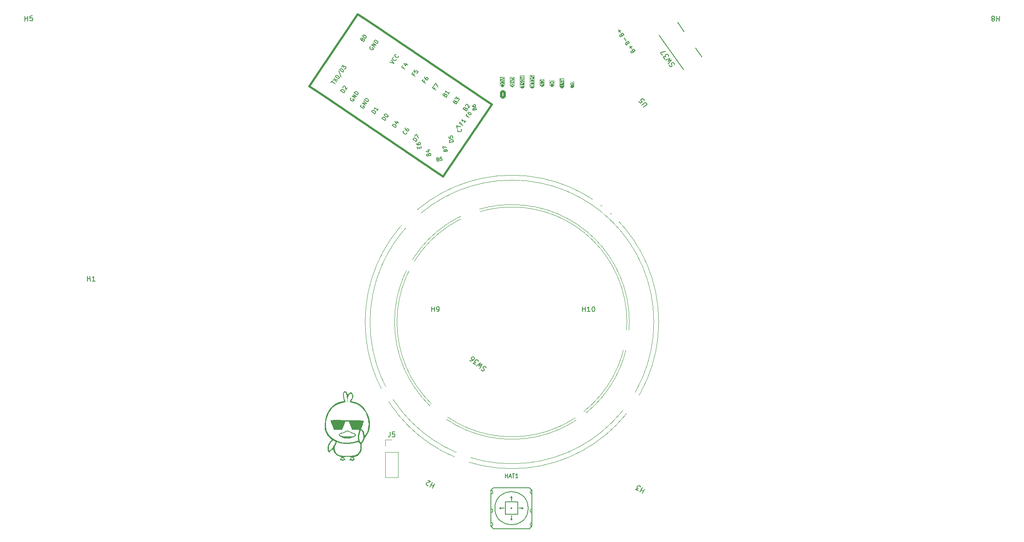
<source format=gbr>
%TF.GenerationSoftware,KiCad,Pcbnew,(6.0.4)*%
%TF.CreationDate,2023-01-19T20:07:12+01:00*%
%TF.ProjectId,Zazu,5a617a75-2e6b-4696-9361-645f70636258,rev?*%
%TF.SameCoordinates,Original*%
%TF.FileFunction,Legend,Top*%
%TF.FilePolarity,Positive*%
%FSLAX46Y46*%
G04 Gerber Fmt 4.6, Leading zero omitted, Abs format (unit mm)*
G04 Created by KiCad (PCBNEW (6.0.4)) date 2023-01-19 20:07:12*
%MOMM*%
%LPD*%
G01*
G04 APERTURE LIST*
G04 Aperture macros list*
%AMRoundRect*
0 Rectangle with rounded corners*
0 $1 Rounding radius*
0 $2 $3 $4 $5 $6 $7 $8 $9 X,Y pos of 4 corners*
0 Add a 4 corners polygon primitive as box body*
4,1,4,$2,$3,$4,$5,$6,$7,$8,$9,$2,$3,0*
0 Add four circle primitives for the rounded corners*
1,1,$1+$1,$2,$3*
1,1,$1+$1,$4,$5*
1,1,$1+$1,$6,$7*
1,1,$1+$1,$8,$9*
0 Add four rect primitives between the rounded corners*
20,1,$1+$1,$2,$3,$4,$5,0*
20,1,$1+$1,$4,$5,$6,$7,0*
20,1,$1+$1,$6,$7,$8,$9,0*
20,1,$1+$1,$8,$9,$2,$3,0*%
%AMHorizOval*
0 Thick line with rounded ends*
0 $1 width*
0 $2 $3 position (X,Y) of the first rounded end (center of the circle)*
0 $4 $5 position (X,Y) of the second rounded end (center of the circle)*
0 Add line between two ends*
20,1,$1,$2,$3,$4,$5,0*
0 Add two circle primitives to create the rounded ends*
1,1,$1,$2,$3*
1,1,$1,$4,$5*%
%AMRotRect*
0 Rectangle, with rotation*
0 The origin of the aperture is its center*
0 $1 length*
0 $2 width*
0 $3 Rotation angle, in degrees counterclockwise*
0 Add horizontal line*
21,1,$1,$2,0,0,$3*%
G04 Aperture macros list end*
%ADD10C,0.150000*%
%ADD11C,0.152400*%
%ADD12C,0.100000*%
%ADD13C,0.381000*%
%ADD14C,0.120000*%
%ADD15C,0.160000*%
%ADD16C,1.752600*%
%ADD17RoundRect,0.375000X0.829455X0.123000X0.399273X0.737364X-0.829455X-0.123000X-0.399273X-0.737364X0*%
%ADD18C,3.000000*%
%ADD19HorizOval,1.701800X-0.482963X0.129410X0.482963X-0.129410X0*%
%ADD20C,3.987800*%
%ADD21HorizOval,1.701800X-0.445503X-0.226995X0.445503X0.226995X0*%
%ADD22C,4.500000*%
%ADD23HorizOval,1.701800X-0.482963X-0.129410X0.482963X0.129410X0*%
%ADD24C,4.200000*%
%ADD25C,2.400000*%
%ADD26C,3.200000*%
%ADD27C,2.100000*%
%ADD28RotRect,4.400000X4.400000X140.000000*%
%ADD29HorizOval,1.701800X-0.445503X0.226995X0.445503X-0.226995X0*%
%ADD30O,2.701800X1.701800*%
%ADD31HorizOval,1.701800X-0.463592X-0.187303X0.463592X0.187303X0*%
%ADD32HorizOval,1.701800X-0.463592X0.187303X0.463592X-0.187303X0*%
%ADD33R,1.700000X1.700000*%
%ADD34O,1.700000X1.700000*%
%ADD35C,1.800000*%
%ADD36C,1.600000*%
%ADD37C,1.700000*%
%ADD38HorizOval,1.700000X0.000000X0.000000X0.000000X0.000000X0*%
%ADD39HorizOval,2.200000X0.532449X0.372825X-0.532449X-0.372825X0*%
%ADD40RotRect,1.500000X2.500000X125.000000*%
%ADD41HorizOval,1.500000X0.409576X0.286788X-0.409576X-0.286788X0*%
%ADD42R,1.400000X1.400000*%
%ADD43C,1.400000*%
%ADD44RoundRect,0.250000X-0.350000X-0.625000X0.350000X-0.625000X0.350000X0.625000X-0.350000X0.625000X0*%
%ADD45O,1.200000X1.750000*%
G04 APERTURE END LIST*
D10*
%TO.C,H10*%
X237214340Y-122621818D02*
X237214340Y-121621818D01*
X237214340Y-122098009D02*
X237785769Y-122098009D01*
X237785769Y-122621818D02*
X237785769Y-121621818D01*
X238785769Y-122621818D02*
X238214340Y-122621818D01*
X238500055Y-122621818D02*
X238500055Y-121621818D01*
X238404816Y-121764676D01*
X238309578Y-121859914D01*
X238214340Y-121907533D01*
X239404816Y-121621818D02*
X239500055Y-121621818D01*
X239595293Y-121669438D01*
X239642912Y-121717057D01*
X239690531Y-121812295D01*
X239738150Y-122002771D01*
X239738150Y-122240866D01*
X239690531Y-122431342D01*
X239642912Y-122526580D01*
X239595293Y-122574199D01*
X239500055Y-122621818D01*
X239404816Y-122621818D01*
X239309578Y-122574199D01*
X239261959Y-122526580D01*
X239214340Y-122431342D01*
X239166721Y-122240866D01*
X239166721Y-122002771D01*
X239214340Y-121812295D01*
X239261959Y-121717057D01*
X239309578Y-121669438D01*
X239404816Y-121621818D01*
%TO.C,SW36*%
X217522658Y-134141112D02*
X217443832Y-134012807D01*
X217261441Y-133859763D01*
X217157875Y-133835023D01*
X217090788Y-133840892D01*
X216993092Y-133883240D01*
X216931874Y-133956197D01*
X216907134Y-134059762D01*
X216913004Y-134126849D01*
X216955351Y-134224546D01*
X217070656Y-134383460D01*
X217113003Y-134481156D01*
X217118873Y-134548243D01*
X217094133Y-134651809D01*
X217032915Y-134724765D01*
X216935219Y-134767113D01*
X216868132Y-134772982D01*
X216764566Y-134748243D01*
X216582175Y-134595198D01*
X216503349Y-134466893D01*
X216217392Y-134289109D02*
X216677788Y-133370020D01*
X216072740Y-133794759D01*
X216385961Y-133125148D01*
X215560782Y-133738148D01*
X215341912Y-133554494D02*
X214867694Y-133156578D01*
X215367914Y-133079014D01*
X215258479Y-132987188D01*
X215216131Y-132889491D01*
X215210262Y-132822404D01*
X215235001Y-132718839D01*
X215388046Y-132536447D01*
X215485742Y-132494099D01*
X215552830Y-132488230D01*
X215656395Y-132512970D01*
X215875265Y-132696623D01*
X215917613Y-132794319D01*
X215923482Y-132861407D01*
X214211085Y-132605617D02*
X214356998Y-132728053D01*
X214460563Y-132752793D01*
X214527651Y-132746923D01*
X214692434Y-132698706D01*
X214851348Y-132583402D01*
X215096220Y-132291576D01*
X215120959Y-132188010D01*
X215115090Y-132120923D01*
X215072742Y-132023227D01*
X214926829Y-131900791D01*
X214823263Y-131876051D01*
X214756176Y-131881921D01*
X214658480Y-131924268D01*
X214505435Y-132106660D01*
X214480696Y-132210225D01*
X214486565Y-132277313D01*
X214528913Y-132375009D01*
X214674826Y-132497445D01*
X214778392Y-132522184D01*
X214845479Y-132516315D01*
X214943175Y-132473967D01*
%TO.C,H8*%
X322451981Y-62252764D02*
X322417082Y-63252155D01*
X322433700Y-62776255D02*
X321862620Y-62756312D01*
X321880901Y-62232822D02*
X321846001Y-63232212D01*
X321242287Y-62782298D02*
X321335806Y-62833211D01*
X321381734Y-62882463D01*
X321426000Y-62979305D01*
X321424338Y-63026895D01*
X321373424Y-63120414D01*
X321324172Y-63166342D01*
X321227331Y-63210608D01*
X321036970Y-63203961D01*
X320943452Y-63153047D01*
X320897524Y-63103795D01*
X320853258Y-63006953D01*
X320854920Y-62959363D01*
X320905833Y-62865845D01*
X320955085Y-62819916D01*
X321051927Y-62775650D01*
X321242287Y-62782298D01*
X321339129Y-62738031D01*
X321388381Y-62692103D01*
X321439295Y-62598585D01*
X321445943Y-62408225D01*
X321401676Y-62311383D01*
X321355748Y-62262131D01*
X321262230Y-62211217D01*
X321071870Y-62204570D01*
X320975028Y-62248836D01*
X320925776Y-62294764D01*
X320874862Y-62388282D01*
X320868215Y-62578642D01*
X320912481Y-62675484D01*
X320958409Y-62724736D01*
X321051927Y-62775650D01*
%TO.C,U1*%
X207679375Y-91489915D02*
X207783898Y-91503555D01*
X207822980Y-91529915D01*
X207868421Y-91588997D01*
X207887502Y-91687160D01*
X207867502Y-91758962D01*
X207841141Y-91798043D01*
X207782060Y-91843484D01*
X207520292Y-91894367D01*
X207386726Y-91207228D01*
X207615772Y-91162706D01*
X207687574Y-91182706D01*
X207726656Y-91209067D01*
X207772097Y-91268148D01*
X207784818Y-91333590D01*
X207764817Y-91405392D01*
X207738457Y-91444473D01*
X207679375Y-91489915D01*
X207450329Y-91534437D01*
X208401074Y-91010058D02*
X208073865Y-91073661D01*
X208104747Y-91407231D01*
X208131108Y-91368150D01*
X208190189Y-91322708D01*
X208353794Y-91290907D01*
X208425596Y-91310907D01*
X208464677Y-91337267D01*
X208510119Y-91396349D01*
X208541920Y-91559954D01*
X208521920Y-91631756D01*
X208495559Y-91670837D01*
X208436478Y-91716278D01*
X208272873Y-91748080D01*
X208201071Y-91728080D01*
X208161990Y-91701719D01*
X212361625Y-85320761D02*
X212406289Y-85350888D01*
X212465491Y-85455805D01*
X212480029Y-85530595D01*
X212464440Y-85650050D01*
X212404187Y-85739379D01*
X212336666Y-85791312D01*
X212194353Y-85857783D01*
X212082167Y-85879590D01*
X211925317Y-85871270D01*
X211843258Y-85848412D01*
X211753929Y-85788160D01*
X211694727Y-85683243D01*
X211680189Y-85608452D01*
X211695778Y-85488997D01*
X211725904Y-85444333D01*
X211600231Y-85197103D02*
X211498466Y-84673569D01*
X212349188Y-84857480D01*
X213318307Y-81178041D02*
X213413797Y-81104596D01*
X213466682Y-81094317D01*
X213551149Y-81105339D01*
X213645897Y-81169247D01*
X213687759Y-81243435D01*
X213698039Y-81296320D01*
X213687016Y-81380787D01*
X213516595Y-81633446D01*
X212853365Y-81186092D01*
X213002483Y-80965015D01*
X213076671Y-80923153D01*
X213129556Y-80912873D01*
X213214023Y-80923896D01*
X213277188Y-80966501D01*
X213319050Y-81040689D01*
X213329330Y-81093574D01*
X213318307Y-81178041D01*
X213169189Y-81399118D01*
X213342581Y-80597049D02*
X213332302Y-80544164D01*
X213343324Y-80459697D01*
X213449837Y-80301785D01*
X213524025Y-80259923D01*
X213576910Y-80249643D01*
X213661377Y-80260666D01*
X213724542Y-80303271D01*
X213797987Y-80398761D01*
X213921344Y-81033381D01*
X214198278Y-80622810D01*
X213807411Y-82557988D02*
X213676933Y-82751430D01*
X213980913Y-82956467D02*
X213400587Y-82565032D01*
X213586985Y-82288687D01*
X213810662Y-81957072D02*
X213847941Y-81901802D01*
X213912856Y-81865173D01*
X213959130Y-81856178D01*
X214033039Y-81865823D01*
X214162217Y-81912748D01*
X214300390Y-82005946D01*
X214392288Y-82108140D01*
X214428918Y-82173054D01*
X214437913Y-82219328D01*
X214428268Y-82293237D01*
X214390988Y-82348507D01*
X214326074Y-82385136D01*
X214279800Y-82394131D01*
X214205891Y-82384486D01*
X214076713Y-82337561D01*
X213938540Y-82244363D01*
X213846641Y-82142169D01*
X213810012Y-82077255D01*
X213801017Y-82030980D01*
X213810662Y-81957072D01*
X185849984Y-75797642D02*
X186105615Y-75418653D01*
X186641030Y-76055502D02*
X185977800Y-75608148D01*
X186212128Y-75260741D02*
X187173595Y-75265942D01*
X186510365Y-74818588D02*
X186875358Y-75708096D01*
X186765996Y-74439599D02*
X186808601Y-74376435D01*
X186882788Y-74334572D01*
X186935673Y-74324293D01*
X187020141Y-74335315D01*
X187167773Y-74388943D01*
X187325685Y-74495456D01*
X187430712Y-74612249D01*
X187472574Y-74686437D01*
X187482854Y-74739322D01*
X187471831Y-74823789D01*
X187429226Y-74886954D01*
X187355038Y-74928816D01*
X187302153Y-74939096D01*
X187217686Y-74928073D01*
X187070054Y-74874445D01*
X186912142Y-74767932D01*
X186807115Y-74651139D01*
X186765253Y-74576952D01*
X186754973Y-74524067D01*
X186765996Y-74439599D01*
X187394793Y-73439243D02*
X187864071Y-74582896D01*
X188238724Y-73686823D02*
X187575494Y-73239469D01*
X187682007Y-73081557D01*
X187777497Y-73008112D01*
X187883267Y-72987553D01*
X187967734Y-72998575D01*
X188115366Y-73052203D01*
X188210114Y-73116111D01*
X188315140Y-73232904D01*
X188357003Y-73307091D01*
X188377562Y-73412861D01*
X188345237Y-73528911D01*
X188238724Y-73686823D01*
X187980243Y-72639403D02*
X188257177Y-72228832D01*
X188360718Y-72620330D01*
X188424625Y-72525583D01*
X188498813Y-72483721D01*
X188551698Y-72473441D01*
X188636165Y-72484463D01*
X188794077Y-72590976D01*
X188835939Y-72665164D01*
X188846219Y-72718049D01*
X188835196Y-72802516D01*
X188707381Y-72992011D01*
X188633193Y-73033873D01*
X188580308Y-73044153D01*
X188457291Y-77905044D02*
X187794061Y-77457690D01*
X187900574Y-77299778D01*
X187996064Y-77226333D01*
X188101834Y-77205774D01*
X188186301Y-77216796D01*
X188333933Y-77270424D01*
X188428681Y-77334332D01*
X188533708Y-77451125D01*
X188575570Y-77525312D01*
X188596129Y-77631082D01*
X188563804Y-77747132D01*
X188457291Y-77905044D01*
X188283277Y-76868647D02*
X188272998Y-76815762D01*
X188284020Y-76731295D01*
X188390533Y-76573383D01*
X188464721Y-76531521D01*
X188517606Y-76521241D01*
X188602073Y-76532264D01*
X188665238Y-76574869D01*
X188738683Y-76670359D01*
X188862040Y-77304979D01*
X189138974Y-76894408D01*
X197846795Y-71638421D02*
X198659143Y-71864699D01*
X198145031Y-71196268D01*
X199149845Y-71000952D02*
X199160125Y-71053837D01*
X199127800Y-71169887D01*
X199085195Y-71233051D01*
X198989704Y-71306496D01*
X198883934Y-71327056D01*
X198799467Y-71316033D01*
X198651835Y-71262405D01*
X198557088Y-71198497D01*
X198452061Y-71081704D01*
X198410199Y-71007517D01*
X198389639Y-70901747D01*
X198421965Y-70785697D01*
X198464570Y-70722532D01*
X198560060Y-70649088D01*
X198612945Y-70638808D01*
X199597200Y-70337722D02*
X199607479Y-70390607D01*
X199575154Y-70506657D01*
X199532549Y-70569821D01*
X199437059Y-70643266D01*
X199331289Y-70663826D01*
X199246821Y-70652803D01*
X199099189Y-70599175D01*
X199004442Y-70535267D01*
X198899415Y-70418474D01*
X198857553Y-70344287D01*
X198836993Y-70238517D01*
X198869319Y-70122467D01*
X198911924Y-70059302D01*
X199007414Y-69985858D01*
X199060299Y-69975578D01*
X201284290Y-86005550D02*
X201294570Y-86058435D01*
X201262245Y-86174485D01*
X201219640Y-86237650D01*
X201124149Y-86311094D01*
X201018379Y-86331654D01*
X200933912Y-86320631D01*
X200786280Y-86267003D01*
X200691533Y-86203095D01*
X200586506Y-86086303D01*
X200544644Y-86012115D01*
X200524084Y-85906345D01*
X200556410Y-85790295D01*
X200599015Y-85727131D01*
X200694505Y-85653686D01*
X200747390Y-85643406D01*
X201067672Y-85032318D02*
X200982461Y-85158648D01*
X200971438Y-85243115D01*
X200981718Y-85296000D01*
X201033860Y-85423073D01*
X201138887Y-85539865D01*
X201391546Y-85710286D01*
X201476014Y-85721309D01*
X201528899Y-85711029D01*
X201603086Y-85669167D01*
X201688296Y-85542837D01*
X201699319Y-85458370D01*
X201689039Y-85405485D01*
X201647177Y-85331297D01*
X201489265Y-85224784D01*
X201404798Y-85213762D01*
X201351913Y-85224041D01*
X201277725Y-85265904D01*
X201192515Y-85392233D01*
X201181492Y-85476701D01*
X201191772Y-85529586D01*
X201233634Y-85603773D01*
X189920748Y-78915133D02*
X189846561Y-78956996D01*
X189782653Y-79051743D01*
X189750327Y-79167793D01*
X189770887Y-79273562D01*
X189812749Y-79347750D01*
X189917776Y-79464543D01*
X190012523Y-79528451D01*
X190160155Y-79582079D01*
X190244623Y-79593101D01*
X190350393Y-79572542D01*
X190445883Y-79499097D01*
X190488488Y-79435932D01*
X190520813Y-79319883D01*
X190510534Y-79266998D01*
X190289457Y-79117880D01*
X190204247Y-79244209D01*
X190765422Y-79025361D02*
X190102192Y-78578007D01*
X191021053Y-78646373D01*
X190357823Y-78199018D01*
X191234079Y-78330549D02*
X190570848Y-77883195D01*
X190677361Y-77725283D01*
X190772852Y-77651838D01*
X190878621Y-77631279D01*
X190963089Y-77642301D01*
X191110721Y-77695929D01*
X191205468Y-77759837D01*
X191310495Y-77876630D01*
X191352357Y-77950817D01*
X191372917Y-78056587D01*
X191340591Y-78172637D01*
X191234079Y-78330549D01*
X196880313Y-83586444D02*
X196217083Y-83139090D01*
X196323596Y-82981178D01*
X196419086Y-82907733D01*
X196524856Y-82887174D01*
X196609323Y-82898196D01*
X196756955Y-82951824D01*
X196851703Y-83015732D01*
X196956730Y-83132525D01*
X196998592Y-83206712D01*
X197019151Y-83312482D01*
X196986826Y-83428532D01*
X196880313Y-83586444D01*
X196749648Y-82349530D02*
X196792253Y-82286365D01*
X196866440Y-82244503D01*
X196919325Y-82234223D01*
X197003793Y-82245246D01*
X197151425Y-82298874D01*
X197309337Y-82405387D01*
X197414364Y-82522180D01*
X197456226Y-82596367D01*
X197466506Y-82649252D01*
X197455483Y-82733720D01*
X197412878Y-82796884D01*
X197338690Y-82838747D01*
X197285805Y-82849026D01*
X197201338Y-82838004D01*
X197053706Y-82784376D01*
X196895794Y-82677863D01*
X196790767Y-82561070D01*
X196748905Y-82486882D01*
X196738625Y-82433997D01*
X196749648Y-82349530D01*
X212521025Y-84094703D02*
X212371907Y-84315780D01*
X212719313Y-84550108D02*
X212056083Y-84102754D01*
X212269109Y-83786930D01*
X213337088Y-83634219D02*
X213081457Y-84013208D01*
X213209272Y-83823714D02*
X212546042Y-83376359D01*
X212598184Y-83503432D01*
X212618744Y-83609202D01*
X212607721Y-83693669D01*
X203865476Y-89223710D02*
X203814593Y-88961943D01*
X204204135Y-88769799D02*
X204276824Y-89143752D01*
X203491523Y-89296399D01*
X203418833Y-88922446D01*
X203287993Y-88249330D02*
X203317069Y-88398911D01*
X203369002Y-88466433D01*
X203413666Y-88496560D01*
X203540390Y-88549543D01*
X203697240Y-88557863D01*
X203996403Y-88499712D01*
X204063924Y-88447779D01*
X204094051Y-88403114D01*
X204116908Y-88321055D01*
X204087833Y-88171474D01*
X204035899Y-88103952D01*
X203991235Y-88073825D01*
X203909176Y-88050968D01*
X203722199Y-88087313D01*
X203654677Y-88139246D01*
X203624551Y-88183910D01*
X203601693Y-88265970D01*
X203630769Y-88415551D01*
X203682702Y-88483073D01*
X203727366Y-88513199D01*
X203809426Y-88536056D01*
X209195519Y-89654688D02*
X209209159Y-89550165D01*
X209235519Y-89511083D01*
X209294601Y-89465642D01*
X209392764Y-89446561D01*
X209464566Y-89466561D01*
X209503647Y-89492922D01*
X209549088Y-89552003D01*
X209599971Y-89813771D01*
X208912832Y-89947337D01*
X208868310Y-89718291D01*
X208888310Y-89646489D01*
X208914671Y-89607407D01*
X208973752Y-89561966D01*
X209039194Y-89549245D01*
X209110996Y-89569246D01*
X209150077Y-89595606D01*
X209195519Y-89654688D01*
X209240041Y-89883734D01*
X208791986Y-89325640D02*
X208702942Y-88867547D01*
X209447324Y-89028469D01*
X207032995Y-76869617D02*
X206883877Y-77090694D01*
X207231283Y-77325022D02*
X206568053Y-76877668D01*
X206781079Y-76561844D01*
X206908894Y-76372350D02*
X207207130Y-75930197D01*
X207678637Y-76661792D01*
X204927239Y-75449267D02*
X204778121Y-75670344D01*
X205125527Y-75904672D02*
X204462297Y-75457318D01*
X204675323Y-75141494D01*
X205037467Y-74604594D02*
X204952256Y-74730923D01*
X204941234Y-74815391D01*
X204951513Y-74868276D01*
X205003655Y-74995348D01*
X205108682Y-75112141D01*
X205361341Y-75282562D01*
X205445809Y-75293584D01*
X205498694Y-75283305D01*
X205572881Y-75241442D01*
X205658092Y-75115113D01*
X205669114Y-75030645D01*
X205658835Y-74977761D01*
X205616972Y-74903573D01*
X205459060Y-74797060D01*
X205374593Y-74786037D01*
X205321708Y-74796317D01*
X205247521Y-74838179D01*
X205162310Y-74964509D01*
X205151287Y-75048976D01*
X205161567Y-75101861D01*
X205203429Y-75176049D01*
X211212551Y-79757691D02*
X211308041Y-79684246D01*
X211360926Y-79673967D01*
X211445393Y-79684989D01*
X211540141Y-79748897D01*
X211582003Y-79823085D01*
X211592283Y-79875970D01*
X211581260Y-79960437D01*
X211410839Y-80213096D01*
X210747609Y-79765742D01*
X210896727Y-79544665D01*
X210970915Y-79502803D01*
X211023800Y-79492523D01*
X211108267Y-79503546D01*
X211171432Y-79546151D01*
X211213294Y-79620339D01*
X211223574Y-79673224D01*
X211212551Y-79757691D01*
X211063433Y-79978768D01*
X211152358Y-79165676D02*
X211429292Y-78755105D01*
X211532833Y-79146603D01*
X211596740Y-79051856D01*
X211670928Y-79009993D01*
X211723813Y-78999714D01*
X211808280Y-79010736D01*
X211966192Y-79117249D01*
X212008054Y-79191437D01*
X212018334Y-79244322D01*
X212007311Y-79328789D01*
X211879496Y-79518284D01*
X211805308Y-79560146D01*
X211752423Y-79570426D01*
X192026503Y-80335483D02*
X191952316Y-80377346D01*
X191888408Y-80472093D01*
X191856082Y-80588143D01*
X191876642Y-80693912D01*
X191918504Y-80768100D01*
X192023531Y-80884893D01*
X192118278Y-80948801D01*
X192265910Y-81002429D01*
X192350378Y-81013451D01*
X192456148Y-80992892D01*
X192551638Y-80919447D01*
X192594243Y-80856282D01*
X192626568Y-80740233D01*
X192616289Y-80687348D01*
X192395212Y-80538230D01*
X192310002Y-80664559D01*
X192871177Y-80445711D02*
X192207947Y-79998357D01*
X193126808Y-80066723D01*
X192463578Y-79619368D01*
X193339834Y-79750899D02*
X192676603Y-79303545D01*
X192783116Y-79145633D01*
X192878607Y-79072188D01*
X192984376Y-79051629D01*
X193068844Y-79062651D01*
X193216476Y-79116279D01*
X193311223Y-79180187D01*
X193416250Y-79296980D01*
X193458112Y-79371167D01*
X193478672Y-79476937D01*
X193446346Y-79592987D01*
X193339834Y-79750899D01*
X209106796Y-78337341D02*
X209202286Y-78263896D01*
X209255171Y-78253617D01*
X209339638Y-78264639D01*
X209434386Y-78328547D01*
X209476248Y-78402735D01*
X209486528Y-78455620D01*
X209475505Y-78540087D01*
X209305084Y-78792746D01*
X208641854Y-78345392D01*
X208790972Y-78124315D01*
X208865160Y-78082453D01*
X208918045Y-78072173D01*
X209002512Y-78083196D01*
X209065677Y-78125801D01*
X209107539Y-78199989D01*
X209117819Y-78252874D01*
X209106796Y-78337341D01*
X208957678Y-78558418D01*
X209986767Y-77782110D02*
X209731136Y-78161098D01*
X209858951Y-77971604D02*
X209195721Y-77524250D01*
X209247863Y-77651322D01*
X209268423Y-77757092D01*
X209257400Y-77841560D01*
X192260753Y-66974541D02*
X192356243Y-66901096D01*
X192409128Y-66890817D01*
X192493595Y-66901839D01*
X192588343Y-66965747D01*
X192630205Y-67039935D01*
X192640485Y-67092820D01*
X192629462Y-67177287D01*
X192459041Y-67429946D01*
X191795811Y-66982592D01*
X191944929Y-66761515D01*
X192019117Y-66719653D01*
X192072002Y-66709373D01*
X192156469Y-66720396D01*
X192219634Y-66763001D01*
X192261496Y-66837189D01*
X192271776Y-66890074D01*
X192260753Y-66974541D01*
X192111635Y-67195618D01*
X192328376Y-66193032D02*
X192370981Y-66129867D01*
X192445168Y-66088005D01*
X192498053Y-66077725D01*
X192582521Y-66088748D01*
X192730153Y-66142376D01*
X192888065Y-66248889D01*
X192993092Y-66365682D01*
X193034954Y-66439869D01*
X193045234Y-66492754D01*
X193034211Y-66577222D01*
X192991606Y-66640386D01*
X192917418Y-66682249D01*
X192864533Y-66692528D01*
X192780066Y-66681506D01*
X192632434Y-66627878D01*
X192474522Y-66521365D01*
X192369495Y-66404572D01*
X192327633Y-66330384D01*
X192317353Y-66277499D01*
X192328376Y-66193032D01*
X198986068Y-85006794D02*
X198322838Y-84559440D01*
X198429351Y-84401528D01*
X198524841Y-84328083D01*
X198630611Y-84307524D01*
X198715078Y-84318546D01*
X198862710Y-84372174D01*
X198957458Y-84436082D01*
X199062485Y-84552875D01*
X199104347Y-84627062D01*
X199124906Y-84732832D01*
X199092581Y-84848882D01*
X198986068Y-85006794D01*
X199182992Y-83761086D02*
X199625146Y-84059323D01*
X198823820Y-83748578D02*
X199191043Y-84226028D01*
X199467977Y-83815457D01*
X210850907Y-87859357D02*
X210065605Y-88012004D01*
X210029261Y-87825028D01*
X210044849Y-87705573D01*
X210105102Y-87616245D01*
X210172624Y-87564311D01*
X210314936Y-87497840D01*
X210427122Y-87476034D01*
X210583973Y-87484353D01*
X210666032Y-87507211D01*
X210755361Y-87567464D01*
X210814563Y-87672381D01*
X210850907Y-87859357D01*
X209840269Y-86852750D02*
X209912958Y-87226703D01*
X210294180Y-87191409D01*
X210249516Y-87161283D01*
X210197583Y-87093761D01*
X210161238Y-86906784D01*
X210184096Y-86824725D01*
X210214222Y-86780060D01*
X210281744Y-86728127D01*
X210468721Y-86691783D01*
X210550780Y-86714640D01*
X210595444Y-86744767D01*
X210647378Y-86812288D01*
X210683722Y-86999265D01*
X210660865Y-87081324D01*
X210630738Y-87125989D01*
X194774557Y-82166094D02*
X194111327Y-81718740D01*
X194217840Y-81560828D01*
X194313330Y-81487383D01*
X194419100Y-81466824D01*
X194503567Y-81477846D01*
X194651199Y-81531474D01*
X194745947Y-81595382D01*
X194850974Y-81712175D01*
X194892836Y-81786362D01*
X194913395Y-81892132D01*
X194881070Y-82008182D01*
X194774557Y-82166094D01*
X195456240Y-81155458D02*
X195200609Y-81534446D01*
X195328424Y-81344952D02*
X194665194Y-80897598D01*
X194717336Y-81024670D01*
X194737896Y-81130440D01*
X194726873Y-81214908D01*
X203197579Y-87847494D02*
X202534349Y-87400140D01*
X202640862Y-87242228D01*
X202736352Y-87168783D01*
X202842122Y-87148224D01*
X202926589Y-87159246D01*
X203074221Y-87212874D01*
X203168969Y-87276782D01*
X203273996Y-87393575D01*
X203315858Y-87467762D01*
X203336417Y-87573532D01*
X203304092Y-87689582D01*
X203197579Y-87847494D01*
X202939098Y-86800074D02*
X203237334Y-86357921D01*
X203708841Y-87089517D01*
X215129694Y-81160921D02*
X215143334Y-81056398D01*
X215169694Y-81017316D01*
X215228776Y-80971875D01*
X215326939Y-80952794D01*
X215398741Y-80972794D01*
X215437822Y-80999155D01*
X215483263Y-81058236D01*
X215534146Y-81320004D01*
X214847007Y-81453570D01*
X214802485Y-81224524D01*
X214822485Y-81152722D01*
X214848846Y-81113640D01*
X214907927Y-81068199D01*
X214973369Y-81055478D01*
X215045171Y-81075479D01*
X215084252Y-81101839D01*
X215129694Y-81160921D01*
X215174216Y-81389967D01*
X214656198Y-80471943D02*
X214681639Y-80602826D01*
X214727080Y-80661908D01*
X214766162Y-80688269D01*
X214877045Y-80734629D01*
X215014289Y-80741909D01*
X215276056Y-80691027D01*
X215335138Y-80645585D01*
X215361498Y-80606504D01*
X215381499Y-80534702D01*
X215356057Y-80403818D01*
X215310616Y-80344737D01*
X215271535Y-80318376D01*
X215199733Y-80298376D01*
X215036128Y-80330177D01*
X214977046Y-80375619D01*
X214950686Y-80414700D01*
X214930686Y-80486502D01*
X214956127Y-80617386D01*
X215001568Y-80676467D01*
X215040649Y-80702828D01*
X215112452Y-80722828D01*
X193922497Y-68440035D02*
X193848310Y-68481898D01*
X193784402Y-68576645D01*
X193752076Y-68692695D01*
X193772636Y-68798464D01*
X193814498Y-68872652D01*
X193919525Y-68989445D01*
X194014272Y-69053353D01*
X194161904Y-69106981D01*
X194246372Y-69118003D01*
X194352142Y-69097444D01*
X194447632Y-69023999D01*
X194490237Y-68960834D01*
X194522562Y-68844785D01*
X194512283Y-68791900D01*
X194291206Y-68642782D01*
X194205996Y-68769111D01*
X194767171Y-68550263D02*
X194103941Y-68102909D01*
X195022802Y-68171275D01*
X194359572Y-67723920D01*
X195235828Y-67855451D02*
X194572597Y-67408097D01*
X194679110Y-67250185D01*
X194774601Y-67176740D01*
X194880370Y-67156181D01*
X194964838Y-67167203D01*
X195112470Y-67220831D01*
X195207217Y-67284739D01*
X195312244Y-67401532D01*
X195354106Y-67475719D01*
X195374666Y-67581489D01*
X195342340Y-67697539D01*
X195235828Y-67855451D01*
X202821484Y-74028917D02*
X202672366Y-74249994D01*
X203019772Y-74484322D02*
X202356542Y-74036968D01*
X202569568Y-73721144D01*
X202953014Y-73152661D02*
X202739988Y-73468485D01*
X203034510Y-73713093D01*
X203024230Y-73660208D01*
X203035253Y-73575741D01*
X203141766Y-73417829D01*
X203215953Y-73375967D01*
X203268838Y-73365687D01*
X203353305Y-73376710D01*
X203511217Y-73483223D01*
X203553080Y-73557411D01*
X203563359Y-73610295D01*
X203552337Y-73694763D01*
X203445824Y-73852675D01*
X203371636Y-73894537D01*
X203318751Y-73904817D01*
X205774811Y-90512111D02*
X205790400Y-90392656D01*
X205820526Y-90347992D01*
X205888048Y-90296059D01*
X206000234Y-90274252D01*
X206082294Y-90297110D01*
X206126958Y-90327236D01*
X206178891Y-90394758D01*
X206237042Y-90693920D01*
X205451740Y-90846567D01*
X205400858Y-90584800D01*
X205423716Y-90502741D01*
X205453842Y-90458076D01*
X205521364Y-90406143D01*
X205596154Y-90391605D01*
X205678214Y-90414463D01*
X205722878Y-90444589D01*
X205774811Y-90512111D01*
X205825694Y-90773878D01*
X205495440Y-89673825D02*
X206018975Y-89572061D01*
X205232622Y-89918953D02*
X205829897Y-89996896D01*
X205735401Y-89510757D01*
X200715728Y-72608567D02*
X200566610Y-72829644D01*
X200914016Y-73063972D02*
X200250786Y-72616618D01*
X200463812Y-72300794D01*
X201047032Y-71913012D02*
X201489186Y-72211248D01*
X200687860Y-71900503D02*
X201055083Y-72377954D01*
X201332017Y-71967383D01*
%TO.C,J4*%
X247456914Y-69332675D02*
X247422568Y-69217207D01*
X247431923Y-69164151D01*
X247472484Y-69089244D01*
X247566102Y-69023692D01*
X247650364Y-69011197D01*
X247703420Y-69020552D01*
X247778327Y-69061113D01*
X247953131Y-69310760D01*
X247297810Y-69769621D01*
X247144856Y-69551180D01*
X247132361Y-69466918D01*
X247141716Y-69413862D01*
X247182277Y-69338955D01*
X247244689Y-69295254D01*
X247328951Y-69282759D01*
X247382007Y-69292114D01*
X247456914Y-69332675D01*
X247609868Y-69551115D01*
X247244624Y-68830242D02*
X246895015Y-68330950D01*
X247319466Y-68405792D02*
X246820173Y-68755400D01*
X246309761Y-67694370D02*
X246275415Y-67578902D01*
X246284770Y-67525846D01*
X246325331Y-67450939D01*
X246418949Y-67385387D01*
X246503211Y-67372892D01*
X246556267Y-67382247D01*
X246631174Y-67422808D01*
X246805978Y-67672455D01*
X246150657Y-68131316D01*
X245997703Y-67912875D01*
X245985208Y-67828613D01*
X245994563Y-67775557D01*
X246035124Y-67700650D01*
X246097536Y-67656949D01*
X246181798Y-67644454D01*
X246234854Y-67653809D01*
X246309761Y-67694370D01*
X246462715Y-67912810D01*
X246097471Y-67191937D02*
X245747862Y-66692645D01*
X245162608Y-66056066D02*
X245128262Y-65940598D01*
X245137617Y-65887542D01*
X245178178Y-65812635D01*
X245271796Y-65747083D01*
X245356058Y-65734588D01*
X245409114Y-65743943D01*
X245484021Y-65784504D01*
X245658825Y-66034151D01*
X245003504Y-66493012D01*
X244850550Y-66274571D01*
X244838055Y-66190309D01*
X244847410Y-66137253D01*
X244887971Y-66062346D01*
X244950383Y-66018645D01*
X245034645Y-66006150D01*
X245087701Y-66015505D01*
X245162608Y-66056066D01*
X245315562Y-66274506D01*
X244950318Y-65553633D02*
X244600709Y-65054341D01*
X245025160Y-65129183D02*
X244525867Y-65478791D01*
%TO.C,H9*%
X206369437Y-122621818D02*
X206369437Y-121621818D01*
X206369437Y-122098009D02*
X206940865Y-122098009D01*
X206940865Y-122621818D02*
X206940865Y-121621818D01*
X207464675Y-122621818D02*
X207655151Y-122621818D01*
X207750389Y-122574199D01*
X207798008Y-122526580D01*
X207893246Y-122383723D01*
X207940865Y-122193247D01*
X207940865Y-121812295D01*
X207893246Y-121717057D01*
X207845627Y-121669438D01*
X207750389Y-121621818D01*
X207559913Y-121621818D01*
X207464675Y-121669438D01*
X207417056Y-121717057D01*
X207369437Y-121812295D01*
X207369437Y-122050390D01*
X207417056Y-122145628D01*
X207464675Y-122193247D01*
X207559913Y-122240866D01*
X207750389Y-122240866D01*
X207845627Y-122193247D01*
X207893246Y-122145628D01*
X207940865Y-122050390D01*
%TO.C,H3*%
X249938053Y-158901846D02*
X249438053Y-159767872D01*
X249676148Y-159355479D02*
X249181276Y-159069765D01*
X249443181Y-158616132D02*
X248943181Y-159482158D01*
X248613267Y-159291681D02*
X248077156Y-158982158D01*
X248556307Y-158818910D01*
X248432589Y-158747481D01*
X248373920Y-158658623D01*
X248356490Y-158593574D01*
X248362870Y-158487286D01*
X248481918Y-158281089D01*
X248570776Y-158222420D01*
X248635825Y-158204991D01*
X248742113Y-158211370D01*
X248989549Y-158354227D01*
X249048218Y-158443086D01*
X249065648Y-158508135D01*
%TO.C,H2*%
X207015748Y-157850674D02*
X206546277Y-158733622D01*
X206769835Y-158313171D02*
X206265293Y-158044901D01*
X206511207Y-157582405D02*
X206041735Y-158465353D01*
X205708041Y-158180060D02*
X205643640Y-158199750D01*
X205537194Y-158197083D01*
X205326968Y-158085304D01*
X205265234Y-157998547D01*
X205245545Y-157934147D01*
X205248211Y-157827701D01*
X205292923Y-157743610D01*
X205402035Y-157639831D01*
X206174846Y-157403559D01*
X205628259Y-157112933D01*
%TO.C,J5*%
X197887102Y-147256818D02*
X197887102Y-147971104D01*
X197839483Y-148113961D01*
X197744245Y-148209199D01*
X197601388Y-148256818D01*
X197506150Y-148256818D01*
X198839483Y-147256818D02*
X198363293Y-147256818D01*
X198315674Y-147733009D01*
X198363293Y-147685390D01*
X198458531Y-147637771D01*
X198696626Y-147637771D01*
X198791864Y-147685390D01*
X198839483Y-147733009D01*
X198887102Y-147828247D01*
X198887102Y-148066342D01*
X198839483Y-148161580D01*
X198791864Y-148209199D01*
X198696626Y-148256818D01*
X198458531Y-148256818D01*
X198363293Y-148209199D01*
X198315674Y-148161580D01*
D11*
%TO.C,HAT1*%
X221430089Y-156605796D02*
X221430089Y-155792996D01*
X221430089Y-156180043D02*
X221894547Y-156180043D01*
X221894547Y-156605796D02*
X221894547Y-155792996D01*
X222242889Y-156373567D02*
X222629937Y-156373567D01*
X222165480Y-156605796D02*
X222436413Y-155792996D01*
X222707347Y-156605796D01*
X222862166Y-155792996D02*
X223326623Y-155792996D01*
X223094394Y-156605796D02*
X223094394Y-155792996D01*
X224023308Y-156605796D02*
X223558851Y-156605796D01*
X223791080Y-156605796D02*
X223791080Y-155792996D01*
X223713670Y-155909110D01*
X223636261Y-155986520D01*
X223558851Y-156025224D01*
D10*
%TO.C,H1*%
X136029439Y-116432615D02*
X135994539Y-115433224D01*
X136011158Y-115909125D02*
X136582239Y-115889182D01*
X136600519Y-116412672D02*
X136565620Y-115413282D01*
X137599910Y-116377773D02*
X137028830Y-116397715D01*
X137314370Y-116387744D02*
X137279470Y-115388353D01*
X137189276Y-115534447D01*
X137097420Y-115632951D01*
X137003901Y-115683865D01*
%TO.C,U5*%
X249665998Y-80869823D02*
X250312513Y-80382639D01*
X250359915Y-80287293D01*
X250369288Y-80220605D01*
X250350002Y-80115887D01*
X250235371Y-79963766D01*
X250140025Y-79916363D01*
X250073337Y-79906991D01*
X249968618Y-79926276D01*
X249322104Y-80413460D01*
X248748947Y-79652855D02*
X249035525Y-80033157D01*
X249444486Y-79784609D01*
X249377798Y-79775237D01*
X249282452Y-79727834D01*
X249139162Y-79537683D01*
X249119877Y-79432964D01*
X249129249Y-79366276D01*
X249176652Y-79270930D01*
X249366803Y-79127641D01*
X249471522Y-79108355D01*
X249538210Y-79117728D01*
X249633556Y-79165130D01*
X249776845Y-79355282D01*
X249796131Y-79460000D01*
X249786758Y-79526688D01*
%TO.C,SW37*%
X256007995Y-72129957D02*
X255965063Y-71985622D01*
X255828497Y-71790586D01*
X255734864Y-71739884D01*
X255668543Y-71728190D01*
X255563216Y-71743809D01*
X255485201Y-71798436D01*
X255434500Y-71892069D01*
X255422806Y-71958390D01*
X255438425Y-72063717D01*
X255508670Y-72247059D01*
X255524289Y-72352387D01*
X255512595Y-72418707D01*
X255461894Y-72512341D01*
X255383879Y-72566967D01*
X255278552Y-72582586D01*
X255212231Y-72570892D01*
X255118598Y-72520191D01*
X254982032Y-72325155D01*
X254939100Y-72180820D01*
X254708900Y-71935082D02*
X255391487Y-71166470D01*
X254697125Y-71420138D01*
X255172981Y-70854412D01*
X254217263Y-71232952D01*
X254053384Y-70998909D02*
X253698313Y-70491815D01*
X254201563Y-70546360D01*
X254119624Y-70429338D01*
X254104005Y-70324011D01*
X254115699Y-70257690D01*
X254166400Y-70164057D01*
X254361436Y-70027491D01*
X254466764Y-70011872D01*
X254533084Y-70023566D01*
X254626718Y-70074267D01*
X254790597Y-70308311D01*
X254806216Y-70413638D01*
X254794522Y-70479959D01*
X253507121Y-70218764D02*
X253124737Y-69672663D01*
X254189707Y-69450151D01*
%TO.C,H5*%
X123255335Y-63220000D02*
X123220435Y-62220609D01*
X123237054Y-62696510D02*
X123808135Y-62676567D01*
X123826415Y-63200057D02*
X123791516Y-62200667D01*
X124743317Y-62167429D02*
X124267416Y-62184048D01*
X124236445Y-62661610D01*
X124282373Y-62612358D01*
X124375891Y-62561444D01*
X124613841Y-62553135D01*
X124710683Y-62597401D01*
X124759935Y-62643329D01*
X124810849Y-62736848D01*
X124819159Y-62974798D01*
X124774892Y-63071640D01*
X124728964Y-63120892D01*
X124635446Y-63171805D01*
X124397496Y-63180115D01*
X124300654Y-63135849D01*
X124251402Y-63089920D01*
D12*
%TO.C,SW36*%
X252797603Y-124750000D02*
G75*
G03*
X252797603Y-124750000I-30000000J0D01*
G01*
X246797604Y-124750000D02*
G75*
G03*
X246797604Y-124750000I-24000001J0D01*
G01*
X251797603Y-124750000D02*
G75*
G03*
X251797603Y-124750000I-29000000J0D01*
G01*
X246291103Y-124750000D02*
G75*
G03*
X246291103Y-124750000I-23493500J0D01*
G01*
%TO.C,kibuzzard-639A2CA8*%
G36*
X231420617Y-75227391D02*
G01*
X231420617Y-76416031D01*
X230986436Y-76705485D01*
X230552255Y-76416031D01*
X230552255Y-76160444D01*
X230601864Y-76160444D01*
X230605882Y-76225482D01*
X230617938Y-76282483D01*
X230653061Y-76366422D01*
X230768552Y-76329512D01*
X230742358Y-76269386D01*
X230729261Y-76174731D01*
X230746079Y-76089750D01*
X230796531Y-76032452D01*
X230847927Y-76008308D01*
X230912419Y-75993822D01*
X230990008Y-75988994D01*
X231056683Y-75993012D01*
X231111452Y-76005067D01*
X231189438Y-76046739D01*
X231231109Y-76105080D01*
X231243611Y-76172350D01*
X231231109Y-76261052D01*
X231200749Y-76327131D01*
X231317430Y-76365231D01*
X231331717Y-76340823D01*
X231349577Y-76300937D01*
X231364459Y-76245573D01*
X231371008Y-76174731D01*
X231364608Y-76104931D01*
X231345409Y-76040786D01*
X231313858Y-75983636D01*
X231270400Y-75934820D01*
X231215482Y-75895083D01*
X231149552Y-75865169D01*
X231073054Y-75846416D01*
X230986436Y-75840166D01*
X230899446Y-75845300D01*
X230823023Y-75860704D01*
X230757166Y-75886377D01*
X230701877Y-75922319D01*
X230646314Y-75985290D01*
X230612977Y-76064665D01*
X230601864Y-76160444D01*
X230552255Y-76160444D01*
X230552255Y-75434162D01*
X230607817Y-75434162D01*
X230613026Y-75506046D01*
X230628653Y-75571680D01*
X230655591Y-75629871D01*
X230694733Y-75679431D01*
X230746674Y-75719764D01*
X230812009Y-75750273D01*
X230891632Y-75769472D01*
X230986436Y-75775872D01*
X231079156Y-75770068D01*
X231157291Y-75752655D01*
X231221882Y-75724824D01*
X231273972Y-75687766D01*
X231313709Y-75641480D01*
X231341242Y-75585967D01*
X231357316Y-75522715D01*
X231362674Y-75453212D01*
X231359102Y-75371059D01*
X231344814Y-75277000D01*
X230625677Y-75277000D01*
X230611984Y-75357367D01*
X230607817Y-75434162D01*
X230552255Y-75434162D01*
X230552255Y-75227391D01*
X231420617Y-75227391D01*
G37*
G36*
X231234681Y-75444878D02*
G01*
X231235277Y-75466309D01*
X231214441Y-75546081D01*
X231159077Y-75594897D01*
X231079305Y-75619900D01*
X230986436Y-75627044D01*
X230933900Y-75624811D01*
X230885828Y-75618114D01*
X230806652Y-75588348D01*
X230754264Y-75533580D01*
X230735214Y-75449641D01*
X230735214Y-75436544D01*
X230736405Y-75423447D01*
X231231705Y-75423447D01*
X231234681Y-75444878D01*
G37*
%TO.C,kibuzzard-639A2C18*%
G36*
X223292617Y-74657280D02*
G01*
X223292617Y-76478142D01*
X222858436Y-76767596D01*
X222424255Y-76478142D01*
X222424255Y-76086823D01*
X222479817Y-76086823D01*
X222485026Y-76158707D01*
X222500653Y-76224341D01*
X222527591Y-76282532D01*
X222566733Y-76332092D01*
X222618674Y-76372425D01*
X222684009Y-76402934D01*
X222763632Y-76422133D01*
X222858436Y-76428533D01*
X222951156Y-76422728D01*
X223029291Y-76405316D01*
X223093882Y-76377485D01*
X223145972Y-76340427D01*
X223185709Y-76294141D01*
X223213242Y-76238628D01*
X223229316Y-76175376D01*
X223234674Y-76105873D01*
X223231102Y-76023720D01*
X223216814Y-75929661D01*
X222497677Y-75929661D01*
X222483984Y-76010028D01*
X222479817Y-76086823D01*
X222424255Y-76086823D01*
X222424255Y-75810598D01*
X222489342Y-75810598D01*
X223226339Y-75810598D01*
X223226339Y-75678439D01*
X222772711Y-75678439D01*
X222819145Y-75657454D01*
X222872724Y-75632600D01*
X222930766Y-75604620D01*
X222990595Y-75574259D01*
X223051466Y-75542261D01*
X223112634Y-75509370D01*
X223171719Y-75476033D01*
X223226339Y-75442695D01*
X223226339Y-75324823D01*
X222489342Y-75324823D01*
X222489342Y-75456983D01*
X222978689Y-75456983D01*
X222896999Y-75501234D01*
X222815441Y-75543502D01*
X222734016Y-75583784D01*
X222652590Y-75622083D01*
X222571032Y-75658397D01*
X222489342Y-75692727D01*
X222489342Y-75810598D01*
X222424255Y-75810598D01*
X222424255Y-75008117D01*
X222473864Y-75008117D01*
X222476841Y-75080894D01*
X222485770Y-75142062D01*
X222507202Y-75223620D01*
X222875105Y-75223620D01*
X222875105Y-75077173D01*
X222606024Y-75077173D01*
X222602452Y-75048598D01*
X222601261Y-75020023D01*
X222616888Y-74948884D01*
X222663769Y-74897389D01*
X222713180Y-74874238D01*
X222778069Y-74860347D01*
X222858436Y-74855717D01*
X222913056Y-74858247D01*
X222962616Y-74865837D01*
X223043578Y-74899175D01*
X223096561Y-74958111D01*
X223115611Y-75046217D01*
X223102514Y-75124798D01*
X223072749Y-75189092D01*
X223189430Y-75227192D01*
X223203717Y-75202784D01*
X223221577Y-75161708D01*
X223236459Y-75102772D01*
X223243008Y-75025977D01*
X223236906Y-74961385D01*
X223218600Y-74900961D01*
X223188090Y-74846490D01*
X223145377Y-74799758D01*
X223090757Y-74761360D01*
X223024528Y-74731892D01*
X222946989Y-74713140D01*
X222858436Y-74706889D01*
X222768990Y-74712247D01*
X222691153Y-74728320D01*
X222625073Y-74754216D01*
X222570900Y-74789042D01*
X222528633Y-74832351D01*
X222498272Y-74883697D01*
X222479966Y-74942484D01*
X222473864Y-75008117D01*
X222424255Y-75008117D01*
X222424255Y-74657280D01*
X223292617Y-74657280D01*
G37*
G36*
X223106681Y-76097539D02*
G01*
X223107277Y-76118970D01*
X223086441Y-76198742D01*
X223031077Y-76247558D01*
X222951305Y-76272561D01*
X222858436Y-76279705D01*
X222805900Y-76277472D01*
X222757828Y-76270775D01*
X222678652Y-76241009D01*
X222626264Y-76186241D01*
X222607214Y-76102302D01*
X222607214Y-76089205D01*
X222608405Y-76076108D01*
X223103705Y-76076108D01*
X223106681Y-76097539D01*
G37*
%TO.C,kibuzzard-639A2CB2*%
G36*
X233266681Y-75146031D02*
G01*
X233267277Y-75166272D01*
X233260431Y-75218957D01*
X233239892Y-75260331D01*
X233204769Y-75287120D01*
X233154167Y-75296050D01*
X233071419Y-75262712D01*
X233049541Y-75218957D01*
X233042249Y-75154366D01*
X233042249Y-75122219D01*
X233263705Y-75122219D01*
X233266681Y-75146031D01*
G37*
G36*
X233452617Y-74926162D02*
G01*
X233452617Y-76717259D01*
X233018436Y-77006714D01*
X232584255Y-76717259D01*
X232584255Y-76473578D01*
X232649342Y-76473578D01*
X233264895Y-76473578D01*
X233264895Y-76667650D01*
X233386339Y-76667650D01*
X233386339Y-76131869D01*
X233264895Y-76131869D01*
X233264895Y-76325941D01*
X232649342Y-76325941D01*
X232649342Y-76473578D01*
X232584255Y-76473578D01*
X232584255Y-75783016D01*
X232633864Y-75783016D01*
X232640148Y-75866558D01*
X232659000Y-75934622D01*
X232690419Y-75987208D01*
X232758731Y-76037661D01*
X232850558Y-76054478D01*
X232906071Y-76049418D01*
X232951166Y-76034237D01*
X233017841Y-75982445D01*
X233060703Y-75913389D01*
X233089874Y-75841356D01*
X233107733Y-75795517D01*
X233129759Y-75753845D01*
X233158334Y-75723484D01*
X233195839Y-75711578D01*
X233242803Y-75724543D01*
X233270981Y-75763436D01*
X233280374Y-75828259D01*
X233268467Y-75912198D01*
X233239892Y-75978278D01*
X233353002Y-76021141D01*
X233387530Y-75936011D01*
X233399138Y-75881093D01*
X233403008Y-75817544D01*
X233396526Y-75744585D01*
X233377079Y-75682871D01*
X233344667Y-75632402D01*
X233275016Y-75581949D01*
X233182742Y-75565131D01*
X233095231Y-75584181D01*
X233036295Y-75632402D01*
X232997005Y-75697291D01*
X232969620Y-75766347D01*
X232948784Y-75816353D01*
X232923781Y-75861597D01*
X232892230Y-75894934D01*
X232851749Y-75908031D01*
X232816625Y-75902673D01*
X232785669Y-75883028D01*
X232764238Y-75844333D01*
X232756499Y-75783016D01*
X232760666Y-75723633D01*
X232773167Y-75674073D01*
X232808886Y-75597278D01*
X232689824Y-75554416D01*
X232653509Y-75636569D01*
X232638775Y-75700565D01*
X232633864Y-75783016D01*
X232584255Y-75783016D01*
X232584255Y-75493694D01*
X232649342Y-75493694D01*
X232727328Y-75459761D01*
X232809481Y-75418684D01*
X232888063Y-75374631D01*
X232956524Y-75331769D01*
X232990159Y-75383859D01*
X233036295Y-75418684D01*
X233091659Y-75438330D01*
X233152977Y-75444878D01*
X233210871Y-75439967D01*
X233260728Y-75425233D01*
X233336333Y-75368678D01*
X233362229Y-75328197D01*
X233380386Y-75280572D01*
X233391102Y-75226398D01*
X233394674Y-75166272D01*
X233393483Y-75124600D01*
X233390506Y-75074594D01*
X233384553Y-75022802D01*
X233375624Y-74975772D01*
X232649342Y-74975772D01*
X232649342Y-75122219D01*
X232920805Y-75122219D01*
X232920805Y-75198419D01*
X232853386Y-75238751D01*
X232786859Y-75276405D01*
X232719440Y-75310486D01*
X232649342Y-75340103D01*
X232649342Y-75493694D01*
X232584255Y-75493694D01*
X232584255Y-74926162D01*
X233452617Y-74926162D01*
G37*
%TO.C,kibuzzard-639A2CBD*%
G36*
X235477474Y-75489130D02*
G01*
X235477474Y-76667055D01*
X235050436Y-76951746D01*
X234623398Y-76667055D01*
X234623398Y-76617445D01*
X234682533Y-76617445D01*
X234803977Y-76617445D01*
X234803977Y-76301930D01*
X235419530Y-76301930D01*
X235419530Y-76154292D01*
X234682533Y-76154292D01*
X234682533Y-76617445D01*
X234623398Y-76617445D01*
X234623398Y-75743527D01*
X234673008Y-75743527D01*
X234675836Y-75802314D01*
X234684319Y-75857231D01*
X234699499Y-75906642D01*
X234722419Y-75948909D01*
X234793856Y-76010227D01*
X234844011Y-76027193D01*
X234905180Y-76032848D01*
X234955186Y-76026151D01*
X235002811Y-76006059D01*
X235044483Y-75967215D01*
X235076630Y-75904261D01*
X235140923Y-75972722D01*
X235184381Y-75991921D01*
X235233792Y-75998320D01*
X235302848Y-75987605D01*
X235365356Y-75947123D01*
X235410600Y-75864970D01*
X235423548Y-75804844D01*
X235427864Y-75729239D01*
X235422506Y-75630417D01*
X235410005Y-75538739D01*
X234694439Y-75538739D01*
X234685063Y-75590234D01*
X234678366Y-75642323D01*
X234674347Y-75693818D01*
X234673008Y-75743527D01*
X234623398Y-75743527D01*
X234623398Y-75489130D01*
X235477474Y-75489130D01*
G37*
G36*
X235005192Y-75763767D02*
G01*
X234981975Y-75854850D01*
X234905180Y-75888783D01*
X234852197Y-75876877D01*
X234820050Y-75846516D01*
X234804572Y-75804248D01*
X234800405Y-75755433D01*
X234801595Y-75719119D01*
X234805167Y-75685186D01*
X235005192Y-75685186D01*
X235005192Y-75763767D01*
G37*
G36*
X235299277Y-75717333D02*
G01*
X235300467Y-75751861D01*
X235297491Y-75791152D01*
X235285584Y-75824489D01*
X235260581Y-75847111D01*
X235218314Y-75855445D01*
X235151044Y-75826870D01*
X235126636Y-75742336D01*
X235126636Y-75685186D01*
X235295705Y-75685186D01*
X235299277Y-75717333D01*
G37*
D13*
%TO.C,U1*%
X218622859Y-80229300D02*
X193353793Y-63185100D01*
X183411343Y-77925388D02*
X208680409Y-94969588D01*
X181305588Y-76505038D02*
X183411343Y-77925388D01*
X193353793Y-63185100D02*
X191248038Y-61764750D01*
X208680409Y-94969588D02*
X218622859Y-80229300D01*
X191248038Y-61764750D02*
X181305588Y-76505038D01*
%TO.C,kibuzzard-639A2C9D*%
G36*
X229388617Y-75216675D02*
G01*
X229388617Y-76426747D01*
X228954436Y-76716201D01*
X228520255Y-76426747D01*
X228520255Y-76105675D01*
X228569864Y-76105675D01*
X228576148Y-76189217D01*
X228595000Y-76257281D01*
X228626419Y-76309867D01*
X228694731Y-76360320D01*
X228786558Y-76377137D01*
X228842071Y-76372077D01*
X228887166Y-76356897D01*
X228953841Y-76305105D01*
X228996703Y-76236048D01*
X229025874Y-76164016D01*
X229043733Y-76118177D01*
X229065759Y-76076505D01*
X229094334Y-76046144D01*
X229131839Y-76034237D01*
X229178803Y-76047202D01*
X229206981Y-76086096D01*
X229216374Y-76150919D01*
X229204467Y-76234858D01*
X229175892Y-76300937D01*
X229289002Y-76343800D01*
X229323530Y-76258670D01*
X229335138Y-76203753D01*
X229339008Y-76140203D01*
X229332526Y-76067244D01*
X229313079Y-76005530D01*
X229280667Y-75955061D01*
X229211016Y-75904608D01*
X229118742Y-75887791D01*
X229031231Y-75906841D01*
X228972295Y-75955061D01*
X228933005Y-76019950D01*
X228905620Y-76089006D01*
X228884784Y-76139012D01*
X228859781Y-76184256D01*
X228828230Y-76217594D01*
X228787749Y-76230691D01*
X228752625Y-76225333D01*
X228721669Y-76205687D01*
X228700238Y-76166992D01*
X228692499Y-76105675D01*
X228696666Y-76046293D01*
X228709167Y-75996733D01*
X228744886Y-75919937D01*
X228625824Y-75877075D01*
X228589509Y-75959228D01*
X228574775Y-76023224D01*
X228569864Y-76105675D01*
X228520255Y-76105675D01*
X228520255Y-75586562D01*
X228569864Y-75586562D01*
X228573882Y-75651600D01*
X228585938Y-75708602D01*
X228621061Y-75792541D01*
X228736552Y-75755631D01*
X228710358Y-75695505D01*
X228697261Y-75600850D01*
X228714079Y-75515869D01*
X228764531Y-75458570D01*
X228815927Y-75434427D01*
X228880419Y-75419941D01*
X228958008Y-75415112D01*
X229024683Y-75419131D01*
X229079452Y-75431186D01*
X229157438Y-75472858D01*
X229199109Y-75531198D01*
X229211611Y-75598469D01*
X229199109Y-75687170D01*
X229168749Y-75753250D01*
X229285430Y-75791350D01*
X229299717Y-75766942D01*
X229317577Y-75727056D01*
X229332459Y-75671692D01*
X229339008Y-75600850D01*
X229332608Y-75531050D01*
X229313409Y-75466905D01*
X229281858Y-75409755D01*
X229238400Y-75360939D01*
X229183482Y-75321202D01*
X229117552Y-75291287D01*
X229041054Y-75272535D01*
X228954436Y-75266284D01*
X228867446Y-75271419D01*
X228791023Y-75286823D01*
X228725166Y-75312495D01*
X228669877Y-75348437D01*
X228614314Y-75411408D01*
X228580977Y-75490783D01*
X228569864Y-75586562D01*
X228520255Y-75586562D01*
X228520255Y-75216675D01*
X229388617Y-75216675D01*
G37*
%TO.C,G1*%
G36*
X188140659Y-148388732D02*
G01*
X187996936Y-148319357D01*
X187663739Y-148143940D01*
X187468280Y-148006255D01*
X187388097Y-147889172D01*
X187387327Y-147883332D01*
X187563566Y-147883332D01*
X187579991Y-147904215D01*
X187760419Y-147999075D01*
X188070684Y-148076982D01*
X188471923Y-148135588D01*
X188925270Y-148172543D01*
X189391861Y-148185501D01*
X189832832Y-148172111D01*
X190209318Y-148130027D01*
X190431103Y-148076492D01*
X190658453Y-147966898D01*
X190717153Y-147851679D01*
X190607742Y-147732136D01*
X190330761Y-147609573D01*
X190222759Y-147574742D01*
X189921246Y-147464848D01*
X189664271Y-147339804D01*
X189539969Y-147253767D01*
X189278358Y-147106788D01*
X188993303Y-147123988D01*
X188766294Y-147251507D01*
X188563465Y-147370071D01*
X188276433Y-147491166D01*
X188101082Y-147548952D01*
X187771068Y-147665896D01*
X187588788Y-147779475D01*
X187563566Y-147883332D01*
X187387327Y-147883332D01*
X187383103Y-147851311D01*
X187462203Y-147664228D01*
X187677344Y-147503251D01*
X187995281Y-147390346D01*
X188114981Y-147367701D01*
X188411117Y-147279380D01*
X188691709Y-147131432D01*
X188710953Y-147117571D01*
X189009231Y-146952478D01*
X189276628Y-146942780D01*
X189550617Y-147088951D01*
X189599876Y-147128771D01*
X189811841Y-147268876D01*
X190008357Y-147340120D01*
X190035432Y-147342297D01*
X190223033Y-147377824D01*
X190479183Y-147465104D01*
X190585344Y-147510211D01*
X190815755Y-147633304D01*
X190915915Y-147747195D01*
X190924011Y-147859538D01*
X190848154Y-148036559D01*
X190769769Y-148108221D01*
X190368440Y-148308709D01*
X190062378Y-148440776D01*
X189800124Y-148520528D01*
X189530217Y-148564071D01*
X189245769Y-148585213D01*
X188909689Y-148596388D01*
X188659578Y-148577180D01*
X188426285Y-148512868D01*
X188366666Y-148486957D01*
X188930480Y-148486957D01*
X189036854Y-148500241D01*
X189161103Y-148502711D01*
X189344224Y-148496106D01*
X189394493Y-148479220D01*
X189351603Y-148466019D01*
X189104885Y-148452012D01*
X188970603Y-148466019D01*
X188930480Y-148486957D01*
X188366666Y-148486957D01*
X188214587Y-148420862D01*
X188520491Y-148420862D01*
X188603714Y-148434420D01*
X188713528Y-148418854D01*
X188714839Y-148389952D01*
X188601522Y-148369740D01*
X188552561Y-148383268D01*
X188520491Y-148420862D01*
X188214587Y-148420862D01*
X188140659Y-148388732D01*
G37*
G36*
X189753769Y-152697126D02*
G01*
X189899976Y-152547770D01*
X189923373Y-152443976D01*
X189812449Y-152378726D01*
X189555693Y-152345002D01*
X189161103Y-152335771D01*
X188825544Y-152343128D01*
X188565379Y-152362833D01*
X188418378Y-152391341D01*
X188399103Y-152407316D01*
X188455715Y-152511825D01*
X188568436Y-152632105D01*
X188703823Y-152799273D01*
X188733669Y-152934432D01*
X188657375Y-152998359D01*
X188573904Y-152990002D01*
X188417296Y-153004836D01*
X188364894Y-153064794D01*
X188263392Y-153173615D01*
X188142649Y-153138488D01*
X188091649Y-153056988D01*
X188011522Y-152976476D01*
X187888205Y-153014655D01*
X187719375Y-153088359D01*
X187649335Y-153052153D01*
X187637103Y-152929155D01*
X187678409Y-152820363D01*
X187839472Y-152820363D01*
X187934021Y-152815013D01*
X188005715Y-152769385D01*
X188105855Y-152726266D01*
X188173640Y-152826597D01*
X188186069Y-152863153D01*
X188237039Y-152985459D01*
X188274079Y-152952813D01*
X188286381Y-152911964D01*
X188380947Y-152808047D01*
X188467907Y-152814012D01*
X188539661Y-152820785D01*
X188478066Y-152745850D01*
X188430466Y-152703486D01*
X188279321Y-152542819D01*
X188204317Y-152420438D01*
X188166279Y-152347725D01*
X188151787Y-152438626D01*
X188078179Y-152589704D01*
X187968518Y-152678319D01*
X187850862Y-152767092D01*
X187839472Y-152820363D01*
X187678409Y-152820363D01*
X187703694Y-152753766D01*
X187806436Y-152654789D01*
X187950667Y-152528727D01*
X187938699Y-152421998D01*
X187765813Y-152328193D01*
X187515575Y-152259730D01*
X187062222Y-152075457D01*
X186690205Y-151757616D01*
X186426777Y-151333105D01*
X186349390Y-151108752D01*
X186248120Y-150730114D01*
X186032445Y-150867204D01*
X185818363Y-151034234D01*
X185626589Y-151225533D01*
X185436408Y-151446771D01*
X185256994Y-151235105D01*
X185126423Y-150960197D01*
X185105154Y-150698370D01*
X185351885Y-150698370D01*
X185359453Y-150923880D01*
X185396446Y-151052467D01*
X185420622Y-151065771D01*
X185513055Y-151011262D01*
X185686854Y-150868745D01*
X185859816Y-150710217D01*
X186549965Y-150710217D01*
X186631907Y-151089963D01*
X186733182Y-151326523D01*
X186910742Y-151598260D01*
X187134566Y-151807055D01*
X187425617Y-151959006D01*
X187804855Y-152060209D01*
X188293242Y-152116762D01*
X188911739Y-152134763D01*
X189482901Y-152126379D01*
X189965481Y-152109554D01*
X190317041Y-152085922D01*
X190575890Y-152049745D01*
X190780339Y-151995288D01*
X190968696Y-151916814D01*
X191006901Y-151898182D01*
X191380602Y-151622764D01*
X191653177Y-151233952D01*
X191812581Y-150762358D01*
X191846770Y-150238595D01*
X191797210Y-149889402D01*
X191712189Y-149581522D01*
X191603987Y-149403970D01*
X191437726Y-149340192D01*
X191178527Y-149373635D01*
X190886865Y-149457358D01*
X190210211Y-149612397D01*
X189453763Y-149689918D01*
X188689852Y-149686779D01*
X187990808Y-149599835D01*
X187925652Y-149586056D01*
X187591756Y-149506955D01*
X187310101Y-149430668D01*
X187131840Y-149371280D01*
X187111489Y-149361836D01*
X187009506Y-149339780D01*
X186937763Y-149428283D01*
X186880388Y-149606810D01*
X186790337Y-149863884D01*
X186682797Y-150073617D01*
X186667860Y-150094721D01*
X186561000Y-150360548D01*
X186549965Y-150710217D01*
X185859816Y-150710217D01*
X185892107Y-150680621D01*
X186122833Y-150421269D01*
X186347490Y-150104804D01*
X186537946Y-149778627D01*
X186666068Y-149490137D01*
X186704942Y-149311112D01*
X186637382Y-149204448D01*
X186472391Y-149086904D01*
X186459823Y-149080269D01*
X186311462Y-149013181D01*
X186201651Y-149016155D01*
X186078701Y-149108760D01*
X185911414Y-149287876D01*
X185705539Y-149548661D01*
X185532590Y-149823363D01*
X185480027Y-149931225D01*
X185414742Y-150152948D01*
X185371172Y-150425028D01*
X185351885Y-150698370D01*
X185105154Y-150698370D01*
X185096883Y-150596559D01*
X185159051Y-150183897D01*
X185303603Y-149761913D01*
X185521217Y-149370315D01*
X185761551Y-149086346D01*
X186018175Y-148842588D01*
X185559680Y-148423550D01*
X185083124Y-147878575D01*
X184823977Y-147441129D01*
X184703822Y-147187931D01*
X184624761Y-146980153D01*
X184578433Y-146770653D01*
X184556475Y-146512288D01*
X184550522Y-146157913D01*
X184551052Y-145902592D01*
X184554176Y-145858771D01*
X184810377Y-145858771D01*
X184814081Y-146271949D01*
X184835503Y-146572014D01*
X184884365Y-146815000D01*
X184970386Y-147056939D01*
X185049525Y-147237316D01*
X185392985Y-147798183D01*
X185877709Y-148307903D01*
X186478800Y-148747960D01*
X187171364Y-149099838D01*
X187860493Y-149327906D01*
X188339467Y-149405310D01*
X188919995Y-149433185D01*
X189542469Y-149413975D01*
X190147284Y-149350125D01*
X190674833Y-149244078D01*
X190799920Y-149207369D01*
X191380404Y-149021418D01*
X191326976Y-148583094D01*
X191336146Y-148119886D01*
X191582562Y-148119886D01*
X191584391Y-148522427D01*
X191631849Y-148883179D01*
X191724456Y-149143227D01*
X191731815Y-149154918D01*
X191884824Y-149388438D01*
X192082965Y-149202294D01*
X192222811Y-149006389D01*
X192343638Y-148730203D01*
X192378545Y-148609981D01*
X192433402Y-148054021D01*
X192340942Y-147510836D01*
X192164362Y-147116835D01*
X192040928Y-146925724D01*
X191969888Y-146866454D01*
X191923328Y-146921784D01*
X191909527Y-146959438D01*
X191836124Y-147150135D01*
X191731923Y-147393586D01*
X191717713Y-147425105D01*
X191626843Y-147734473D01*
X191582562Y-148119886D01*
X191336146Y-148119886D01*
X191338777Y-147986961D01*
X191407263Y-147679105D01*
X191519077Y-147298191D01*
X191578926Y-147052733D01*
X191568641Y-146912261D01*
X191470055Y-146846304D01*
X191265001Y-146824393D01*
X190935311Y-146816058D01*
X190891867Y-146814702D01*
X190148869Y-146790105D01*
X189802043Y-145943438D01*
X189455216Y-145096771D01*
X188794672Y-145096771D01*
X188100924Y-146790105D01*
X187248868Y-146814069D01*
X186396811Y-146838034D01*
X186042170Y-145897630D01*
X185908160Y-145523027D01*
X185807240Y-145203051D01*
X185749386Y-144972209D01*
X185743953Y-144865930D01*
X185822293Y-144841500D01*
X186027650Y-144823824D01*
X186367124Y-144812832D01*
X186847816Y-144808458D01*
X187476828Y-144810633D01*
X188261259Y-144819289D01*
X189149301Y-144833320D01*
X189885291Y-144847052D01*
X190567058Y-144861378D01*
X191176334Y-144875795D01*
X191694847Y-144889799D01*
X192104327Y-144902884D01*
X192386505Y-144914547D01*
X192523109Y-144924282D01*
X192532967Y-144926747D01*
X192521313Y-145016005D01*
X192461956Y-145228467D01*
X192365499Y-145528356D01*
X192288689Y-145751065D01*
X192009670Y-146540641D01*
X192234412Y-146765384D01*
X192396193Y-146995052D01*
X192543812Y-147322955D01*
X192601857Y-147503399D01*
X192744559Y-148016673D01*
X192957078Y-147703923D01*
X193219694Y-147246536D01*
X193384180Y-146770827D01*
X193464838Y-146224385D01*
X193479103Y-145790985D01*
X193409917Y-144882725D01*
X193208516Y-144046033D01*
X192884136Y-143293522D01*
X192446013Y-142637801D01*
X191903383Y-142091482D01*
X191265480Y-141667176D01*
X190541542Y-141377494D01*
X190185399Y-141293522D01*
X189856099Y-141216886D01*
X189684802Y-141122657D01*
X189660524Y-140982459D01*
X189772279Y-140767914D01*
X189909102Y-140579817D01*
X190086753Y-140257959D01*
X190134769Y-139921762D01*
X190100780Y-139600300D01*
X189996908Y-139430991D01*
X189820293Y-139410485D01*
X189727140Y-139443877D01*
X189513244Y-139627352D01*
X189347541Y-139942348D01*
X189244474Y-140354448D01*
X189217935Y-140657229D01*
X189199050Y-140973102D01*
X189169704Y-141130504D01*
X189136346Y-141139452D01*
X189105421Y-141009963D01*
X189083376Y-140752052D01*
X189076436Y-140437385D01*
X189050712Y-139897492D01*
X188975460Y-139493552D01*
X188853560Y-139234599D01*
X188687891Y-139129668D01*
X188659036Y-139127771D01*
X188497187Y-139202431D01*
X188435609Y-139332512D01*
X188425007Y-139550944D01*
X188460647Y-139872726D01*
X188532264Y-140241580D01*
X188629590Y-140601231D01*
X188705679Y-140812938D01*
X188777223Y-141006251D01*
X188802806Y-141117722D01*
X188800469Y-141125293D01*
X188711976Y-141152959D01*
X188500340Y-141203872D01*
X188208414Y-141267822D01*
X188157733Y-141278453D01*
X187351576Y-141516943D01*
X186663724Y-141874323D01*
X186086512Y-142356319D01*
X185612275Y-142968660D01*
X185407085Y-143334001D01*
X185101330Y-144034215D01*
X184911885Y-144713789D01*
X184822589Y-145441105D01*
X184810377Y-145858771D01*
X184554176Y-145858771D01*
X184620358Y-144930477D01*
X184814632Y-144039972D01*
X185126706Y-143241485D01*
X185549411Y-142545424D01*
X186075580Y-141962197D01*
X186698045Y-141502214D01*
X187409638Y-141175883D01*
X187896686Y-141044374D01*
X188167253Y-140983683D01*
X188363887Y-140929318D01*
X188433357Y-140899739D01*
X188437440Y-140800508D01*
X188401847Y-140590424D01*
X188354656Y-140393834D01*
X188250640Y-139875489D01*
X188234915Y-139449109D01*
X188306761Y-139134744D01*
X188404888Y-138995535D01*
X188545121Y-138892416D01*
X188672492Y-138897199D01*
X188807055Y-138964322D01*
X189014419Y-139137818D01*
X189145799Y-139323940D01*
X189257495Y-139556291D01*
X189512128Y-139342031D01*
X189722238Y-139183201D01*
X189871672Y-139143878D01*
X190019115Y-139223457D01*
X190138618Y-139335589D01*
X190308767Y-139617958D01*
X190352146Y-139968878D01*
X190269027Y-140344947D01*
X190130584Y-140607549D01*
X190007257Y-140800208D01*
X189942608Y-140923139D01*
X189940084Y-140943661D01*
X190029731Y-140969751D01*
X190235957Y-141018827D01*
X190449784Y-141066251D01*
X191203145Y-141312316D01*
X191877771Y-141703449D01*
X192464918Y-142230526D01*
X192955842Y-142884423D01*
X193341799Y-143656016D01*
X193557920Y-144309440D01*
X193733582Y-145190381D01*
X193776126Y-146008833D01*
X193687524Y-146753164D01*
X193469749Y-147411743D01*
X193124774Y-147972940D01*
X192893989Y-148224112D01*
X192729933Y-148415012D01*
X192638944Y-148588720D01*
X192632436Y-148629651D01*
X192590426Y-148824248D01*
X192486338Y-149068068D01*
X192353088Y-149299029D01*
X192223591Y-149455046D01*
X192180250Y-149482549D01*
X192119301Y-149547857D01*
X192083172Y-149705209D01*
X192067866Y-149982734D01*
X192067533Y-150276158D01*
X192063028Y-150684180D01*
X192033091Y-150980598D01*
X191968622Y-151222352D01*
X191885347Y-151416153D01*
X191595652Y-151828577D01*
X191195181Y-152128809D01*
X190718608Y-152291061D01*
X190706269Y-152293086D01*
X190449737Y-152363487D01*
X190355269Y-152463706D01*
X190425430Y-152588874D01*
X190515769Y-152654789D01*
X190651160Y-152790456D01*
X190675710Y-152925248D01*
X190586946Y-153006801D01*
X190532703Y-153013105D01*
X190341150Y-153069354D01*
X190273003Y-153118938D01*
X190168565Y-153173823D01*
X190063384Y-153085978D01*
X190052531Y-153071538D01*
X189941444Y-152978629D01*
X189883900Y-153008038D01*
X189767043Y-153091126D01*
X189640244Y-153072675D01*
X189584436Y-152969942D01*
X189620467Y-152880443D01*
X189791137Y-152880443D01*
X189805542Y-152890238D01*
X189867796Y-152845209D01*
X189997456Y-152772131D01*
X190084205Y-152833523D01*
X190118892Y-152890104D01*
X190193758Y-152999600D01*
X190231043Y-152963157D01*
X190243002Y-152911964D01*
X190329056Y-152806900D01*
X190415240Y-152810891D01*
X190474111Y-152808823D01*
X190386936Y-152725822D01*
X190367603Y-152711204D01*
X190223860Y-152559835D01*
X190170418Y-152431278D01*
X190156365Y-152342908D01*
X190117571Y-152419720D01*
X190117309Y-152420438D01*
X190030974Y-152572674D01*
X189891159Y-152756542D01*
X189791137Y-152880443D01*
X189620467Y-152880443D01*
X189644187Y-152821524D01*
X189753769Y-152697126D01*
G37*
%TO.C,kibuzzard-639A2C93*%
G36*
X227356617Y-74357837D02*
G01*
X227356617Y-76777584D01*
X226922436Y-77067039D01*
X226488255Y-76777584D01*
X226488255Y-76727975D01*
X226553342Y-76727975D01*
X226606474Y-76708627D01*
X226661094Y-76683922D01*
X226715863Y-76654900D01*
X226769441Y-76622605D01*
X226820786Y-76587630D01*
X226868858Y-76550572D01*
X226912613Y-76512770D01*
X226951011Y-76475562D01*
X226994766Y-76511728D01*
X227040308Y-76546405D01*
X227086296Y-76579296D01*
X227131391Y-76610103D01*
X227175146Y-76638232D01*
X227217116Y-76663086D01*
X227290339Y-76702972D01*
X227290339Y-76537475D01*
X227218902Y-76501756D01*
X227139130Y-76454727D01*
X227058167Y-76400553D01*
X226984349Y-76345784D01*
X227290339Y-76345784D01*
X227290339Y-76199337D01*
X226553342Y-76199337D01*
X226553342Y-76345784D01*
X226890289Y-76345784D01*
X226823019Y-76408292D01*
X226781645Y-76440290D01*
X226737294Y-76470800D01*
X226690859Y-76499226D01*
X226643234Y-76524973D01*
X226553342Y-76562478D01*
X226553342Y-76727975D01*
X226488255Y-76727975D01*
X226488255Y-76098134D01*
X226553342Y-76098134D01*
X226674786Y-76098134D01*
X226674786Y-75782619D01*
X227290339Y-75782619D01*
X227290339Y-75634981D01*
X226553342Y-75634981D01*
X226553342Y-76098134D01*
X226488255Y-76098134D01*
X226488255Y-75307559D01*
X226537864Y-75307559D01*
X226541882Y-75372597D01*
X226553938Y-75429598D01*
X226589061Y-75513537D01*
X226704552Y-75476628D01*
X226678358Y-75416502D01*
X226665261Y-75321847D01*
X226682079Y-75236866D01*
X226732531Y-75179567D01*
X226783927Y-75155424D01*
X226848419Y-75140938D01*
X226926008Y-75136109D01*
X226992683Y-75140128D01*
X227047452Y-75152183D01*
X227125438Y-75193855D01*
X227167109Y-75252195D01*
X227179611Y-75319466D01*
X227167109Y-75408167D01*
X227136749Y-75474247D01*
X227253430Y-75512347D01*
X227267717Y-75487939D01*
X227285577Y-75448053D01*
X227300459Y-75392689D01*
X227307008Y-75321847D01*
X227300608Y-75252046D01*
X227281409Y-75187902D01*
X227249858Y-75130752D01*
X227206400Y-75081936D01*
X227151482Y-75042199D01*
X227085552Y-75012284D01*
X227009054Y-74993532D01*
X226922436Y-74987281D01*
X226835446Y-74992416D01*
X226759023Y-75007820D01*
X226693166Y-75033492D01*
X226637877Y-75069434D01*
X226582314Y-75132405D01*
X226548977Y-75211780D01*
X226537864Y-75307559D01*
X226488255Y-75307559D01*
X226488255Y-74636047D01*
X226537864Y-74636047D01*
X226544148Y-74719589D01*
X226563000Y-74787653D01*
X226594419Y-74840239D01*
X226662731Y-74890692D01*
X226754558Y-74907509D01*
X226810071Y-74902449D01*
X226855166Y-74887269D01*
X226921841Y-74835477D01*
X226964703Y-74766420D01*
X226993874Y-74694387D01*
X227011733Y-74648548D01*
X227033759Y-74606877D01*
X227062334Y-74576516D01*
X227099839Y-74564609D01*
X227146803Y-74577574D01*
X227174981Y-74616468D01*
X227184374Y-74681291D01*
X227172467Y-74765230D01*
X227143892Y-74831309D01*
X227257002Y-74874172D01*
X227291530Y-74789042D01*
X227303138Y-74734125D01*
X227307008Y-74670575D01*
X227300526Y-74597616D01*
X227281079Y-74535902D01*
X227248667Y-74485433D01*
X227179016Y-74434980D01*
X227086742Y-74418162D01*
X226999231Y-74437212D01*
X226940295Y-74485433D01*
X226901005Y-74550322D01*
X226873620Y-74619378D01*
X226852784Y-74669384D01*
X226827781Y-74714628D01*
X226796230Y-74747966D01*
X226755749Y-74761062D01*
X226720625Y-74755705D01*
X226689669Y-74736059D01*
X226668238Y-74697364D01*
X226660499Y-74636047D01*
X226664666Y-74576664D01*
X226677167Y-74527105D01*
X226712886Y-74450309D01*
X226593824Y-74407447D01*
X226557509Y-74489600D01*
X226542775Y-74553596D01*
X226537864Y-74636047D01*
X226488255Y-74636047D01*
X226488255Y-74357837D01*
X227356617Y-74357837D01*
G37*
D14*
%TO.C,J5*%
X196890436Y-156544438D02*
X199550436Y-156544438D01*
X196890436Y-150134438D02*
X196890436Y-148804438D01*
X196890436Y-148804438D02*
X198220436Y-148804438D01*
X196890436Y-151404438D02*
X199550436Y-151404438D01*
X196890436Y-151404438D02*
X196890436Y-156544438D01*
X199550436Y-151404438D02*
X199550436Y-156544438D01*
D15*
%TO.C,HAT1*%
X220548347Y-162969101D02*
X220294347Y-162842101D01*
X225120347Y-162842101D02*
X224866347Y-162969101D01*
X222707347Y-165255101D02*
X222580347Y-165001101D01*
X222707347Y-164366101D02*
X222707347Y-165255101D01*
X222707347Y-160429101D02*
X222834347Y-160683101D01*
X218516347Y-159159101D02*
X219024347Y-158651101D01*
X223977347Y-161572101D02*
X221437347Y-161572101D01*
X219024347Y-167033101D02*
X218516347Y-166525101D01*
X224866347Y-162969101D02*
X224866347Y-162715101D01*
X220548347Y-162715101D02*
X220548347Y-162969101D01*
X222707347Y-161318101D02*
X222707347Y-160429101D01*
X222580347Y-165001101D02*
X222834347Y-165001101D01*
X222834347Y-165001101D02*
X222707347Y-165255101D01*
X220294347Y-162842101D02*
X220548347Y-162715101D01*
X222834347Y-160683101D02*
X222580347Y-160683101D01*
X226898347Y-166525101D02*
X226390347Y-167033101D01*
X221437347Y-161572101D02*
X221437347Y-164112101D01*
X218516347Y-166525101D02*
X218516347Y-159159101D01*
X219024347Y-158651101D02*
X226390347Y-158651101D01*
X224866347Y-162715101D02*
X225120347Y-162842101D01*
X226390347Y-167033101D02*
X219024347Y-167033101D01*
X221183347Y-162842101D02*
X220294347Y-162842101D01*
X223977347Y-164112101D02*
X223977347Y-161572101D01*
X226898347Y-159159101D02*
X226898347Y-166525101D01*
X224231347Y-162842101D02*
X225120347Y-162842101D01*
X221437347Y-164112101D02*
X223977347Y-164112101D01*
X222580347Y-160683101D02*
X222707347Y-160429101D01*
X226390347Y-158651101D02*
X226898347Y-159159101D01*
X218516347Y-163731101D02*
G75*
G03*
X218516347Y-162969101I0J381000D01*
G01*
X218516347Y-159921101D02*
G75*
G03*
X218516347Y-159159101I0J381000D01*
G01*
X226898347Y-162969101D02*
G75*
G03*
X226898347Y-163731101I0J-381000D01*
G01*
X218516347Y-166525101D02*
G75*
G03*
X218516347Y-165763101I0J381000D01*
G01*
X226898347Y-159159101D02*
G75*
G03*
X226898347Y-159921101I0J-381000D01*
G01*
X226898347Y-165763101D02*
G75*
G03*
X226898347Y-166525101I0J-381000D01*
G01*
X226107347Y-162842101D02*
G75*
G03*
X226107347Y-162842101I-3400000J0D01*
G01*
X222834347Y-162842101D02*
G75*
G03*
X222834347Y-162842101I-127000J0D01*
G01*
%TO.C,kibuzzard-639A2C87*%
G36*
X224942228Y-75172275D02*
G01*
X224990449Y-75175400D01*
X225072006Y-75192069D01*
X225127370Y-75227192D01*
X225147611Y-75287914D01*
X225127370Y-75348636D01*
X225072602Y-75383759D01*
X224991044Y-75400428D01*
X224942377Y-75403553D01*
X224890436Y-75404595D01*
X224838644Y-75403553D01*
X224790424Y-75400428D01*
X224708866Y-75383759D01*
X224653502Y-75348041D01*
X224633261Y-75287914D01*
X224653502Y-75227192D01*
X224708270Y-75192069D01*
X224789828Y-75175400D01*
X224838495Y-75172275D01*
X224890436Y-75171233D01*
X224942228Y-75172275D01*
G37*
G36*
X225324617Y-74372720D02*
G01*
X225324617Y-76762702D01*
X224890436Y-77052156D01*
X224456255Y-76762702D01*
X224456255Y-76713092D01*
X224521342Y-76713092D01*
X224642786Y-76713092D01*
X224642786Y-76553548D01*
X225136895Y-76553548D01*
X225136895Y-76713092D01*
X225258339Y-76713092D01*
X225258339Y-76245177D01*
X225136895Y-76245177D01*
X225136895Y-76405911D01*
X224642786Y-76405911D01*
X224642786Y-76245177D01*
X224521342Y-76245177D01*
X224521342Y-76713092D01*
X224456255Y-76713092D01*
X224456255Y-75861795D01*
X224505864Y-75861795D01*
X224512148Y-75945337D01*
X224531000Y-76013402D01*
X224562419Y-76065987D01*
X224630731Y-76116440D01*
X224722558Y-76133258D01*
X224778071Y-76128198D01*
X224823166Y-76113017D01*
X224889841Y-76061225D01*
X224932703Y-75992169D01*
X224961874Y-75920136D01*
X224979733Y-75874297D01*
X225001759Y-75832625D01*
X225030334Y-75802264D01*
X225067839Y-75790358D01*
X225114803Y-75803322D01*
X225142981Y-75842216D01*
X225152374Y-75907039D01*
X225140467Y-75990978D01*
X225111892Y-76057058D01*
X225225002Y-76099920D01*
X225259530Y-76014791D01*
X225271138Y-75959873D01*
X225275008Y-75896323D01*
X225268526Y-75823365D01*
X225249079Y-75761650D01*
X225216667Y-75711181D01*
X225147016Y-75660728D01*
X225054742Y-75643911D01*
X224967231Y-75662961D01*
X224908295Y-75711181D01*
X224869005Y-75776070D01*
X224841620Y-75845127D01*
X224820784Y-75895133D01*
X224795781Y-75940377D01*
X224764230Y-75973714D01*
X224723749Y-75986811D01*
X224688625Y-75981453D01*
X224657669Y-75961808D01*
X224636238Y-75923112D01*
X224628499Y-75861795D01*
X224632666Y-75802413D01*
X224645167Y-75752853D01*
X224680886Y-75676058D01*
X224561824Y-75633195D01*
X224525509Y-75715348D01*
X224510775Y-75779345D01*
X224505864Y-75861795D01*
X224456255Y-75861795D01*
X224456255Y-75289105D01*
X224505864Y-75289105D01*
X224516646Y-75366892D01*
X224548991Y-75431980D01*
X224602900Y-75484367D01*
X224657260Y-75514579D01*
X224723302Y-75536159D01*
X224801028Y-75549107D01*
X224890436Y-75553423D01*
X224979844Y-75549182D01*
X225057570Y-75536457D01*
X225123612Y-75515249D01*
X225177972Y-75485558D01*
X225231881Y-75433435D01*
X225264226Y-75367554D01*
X225275008Y-75287914D01*
X225264226Y-75210656D01*
X225231881Y-75145568D01*
X225177972Y-75092652D01*
X225123612Y-75061919D01*
X225057570Y-75039966D01*
X224979844Y-75026795D01*
X224890436Y-75022405D01*
X224801028Y-75026683D01*
X224723302Y-75039520D01*
X224657260Y-75060914D01*
X224602900Y-75090866D01*
X224548991Y-75143319D01*
X224516646Y-75209399D01*
X224505864Y-75289105D01*
X224456255Y-75289105D01*
X224456255Y-74962873D01*
X224521342Y-74962873D01*
X224615550Y-74960195D01*
X224707675Y-74956920D01*
X224798460Y-74952902D01*
X224888650Y-74947991D01*
X224978989Y-74942037D01*
X225070220Y-74934894D01*
X225163089Y-74927006D01*
X225258339Y-74918820D01*
X225258339Y-74797377D01*
X225195236Y-74775945D01*
X225113678Y-74749752D01*
X225023191Y-74719986D01*
X224932108Y-74690220D01*
X225017833Y-74662836D01*
X225109511Y-74634261D01*
X225194045Y-74607472D01*
X225258339Y-74586636D01*
X225258339Y-74465192D01*
X225177674Y-74457304D01*
X225090461Y-74450309D01*
X224998485Y-74444207D01*
X224903533Y-74438998D01*
X224806795Y-74434385D01*
X224709461Y-74430069D01*
X224613616Y-74426050D01*
X224521342Y-74422330D01*
X224521342Y-74556870D01*
X225094033Y-74550917D01*
X224782089Y-74637833D01*
X224782089Y-74744989D01*
X225094033Y-74835477D01*
X224521342Y-74828333D01*
X224521342Y-74962873D01*
X224456255Y-74962873D01*
X224456255Y-74372720D01*
X225324617Y-74372720D01*
G37*
D10*
%TO.C,SW37*%
X257825664Y-73165058D02*
X252892907Y-66120350D01*
X257980232Y-65365948D02*
X256661006Y-63481898D01*
X261593764Y-70526606D02*
X260331895Y-68724471D01*
%TO.C,kibuzzard-639A2BF5*%
G36*
X221260617Y-74651327D02*
G01*
X221260617Y-76484095D01*
X220826436Y-76773549D01*
X220392255Y-76484095D01*
X220392255Y-76228508D01*
X220441864Y-76228508D01*
X220445882Y-76293546D01*
X220457938Y-76350547D01*
X220493061Y-76434486D01*
X220608552Y-76397577D01*
X220582358Y-76337450D01*
X220569261Y-76242795D01*
X220586079Y-76157814D01*
X220636531Y-76100516D01*
X220687927Y-76076372D01*
X220752419Y-76061886D01*
X220830008Y-76057058D01*
X220896683Y-76061076D01*
X220951452Y-76073131D01*
X221029438Y-76114803D01*
X221071109Y-76173144D01*
X221083611Y-76240414D01*
X221071109Y-76329116D01*
X221040749Y-76395195D01*
X221157430Y-76433295D01*
X221171717Y-76408887D01*
X221189577Y-76369002D01*
X221204459Y-76313637D01*
X221211008Y-76242795D01*
X221204608Y-76172995D01*
X221185409Y-76108850D01*
X221153858Y-76051700D01*
X221110400Y-76002884D01*
X221055482Y-75963147D01*
X220989552Y-75933233D01*
X220913054Y-75914480D01*
X220826436Y-75908230D01*
X220739446Y-75913364D01*
X220663023Y-75928768D01*
X220597166Y-75954441D01*
X220541877Y-75990383D01*
X220486314Y-76053354D01*
X220452977Y-76132729D01*
X220441864Y-76228508D01*
X220392255Y-76228508D01*
X220392255Y-75633195D01*
X220441864Y-75633195D01*
X220445882Y-75698233D01*
X220457938Y-75755234D01*
X220493061Y-75839173D01*
X220608552Y-75802264D01*
X220582358Y-75742137D01*
X220569261Y-75647483D01*
X220586079Y-75562502D01*
X220636531Y-75505203D01*
X220687927Y-75481060D01*
X220752419Y-75466574D01*
X220830008Y-75461745D01*
X220896683Y-75465764D01*
X220951452Y-75477819D01*
X221029438Y-75519491D01*
X221071109Y-75577831D01*
X221083611Y-75645102D01*
X221071109Y-75733803D01*
X221040749Y-75799883D01*
X221157430Y-75837983D01*
X221171717Y-75813575D01*
X221189577Y-75773689D01*
X221204459Y-75718325D01*
X221211008Y-75647483D01*
X221204608Y-75577682D01*
X221185409Y-75513537D01*
X221153858Y-75456387D01*
X221110400Y-75407572D01*
X221055482Y-75367835D01*
X220989552Y-75337920D01*
X220913054Y-75319168D01*
X220826436Y-75312917D01*
X220739446Y-75318052D01*
X220663023Y-75333455D01*
X220597166Y-75359128D01*
X220541877Y-75395070D01*
X220486314Y-75458041D01*
X220452977Y-75537416D01*
X220441864Y-75633195D01*
X220392255Y-75633195D01*
X220392255Y-75058123D01*
X220457342Y-75058123D01*
X220520776Y-75080878D01*
X220585665Y-75103103D01*
X220652009Y-75124798D01*
X220718684Y-75145634D01*
X220784566Y-75165280D01*
X220849653Y-75183734D01*
X220944457Y-75209035D01*
X221034795Y-75231359D01*
X221118734Y-75250558D01*
X221194339Y-75266483D01*
X221194339Y-75112892D01*
X221132427Y-75102177D01*
X221060989Y-75089080D01*
X220983747Y-75074197D01*
X220904422Y-75058123D01*
X220824650Y-75040859D01*
X220746069Y-75022405D01*
X220672399Y-75003355D01*
X220607361Y-74984305D01*
X220673292Y-74965106D01*
X220747259Y-74945609D01*
X220825841Y-74926559D01*
X220905613Y-74908700D01*
X220984789Y-74892180D01*
X221061584Y-74877148D01*
X221132575Y-74864647D01*
X221194339Y-74855717D01*
X221194339Y-74700936D01*
X221127664Y-74714628D01*
X221044320Y-74734273D01*
X220981945Y-74750016D01*
X220917056Y-74767082D01*
X220849653Y-74785470D01*
X220780928Y-74804917D01*
X220712070Y-74825158D01*
X220643080Y-74846192D01*
X220544853Y-74877446D01*
X220457342Y-74906914D01*
X220457342Y-75058123D01*
X220392255Y-75058123D01*
X220392255Y-74651327D01*
X221260617Y-74651327D01*
G37*
%TD*%
D16*
%TO.C,U1*%
X185174396Y-77582685D03*
X187280152Y-79003035D03*
X189385907Y-80423385D03*
X191491662Y-81843735D03*
X193597418Y-83264085D03*
X195703173Y-84684435D03*
X197808929Y-86104785D03*
X199914684Y-87525135D03*
X202020440Y-88945485D03*
X204126195Y-90365835D03*
X206231951Y-91786185D03*
X208348890Y-93189954D03*
X216859806Y-80572003D03*
X214754050Y-79151653D03*
X212648295Y-77731303D03*
X210542540Y-76310953D03*
X208436784Y-74890603D03*
X206331029Y-73470253D03*
X204225273Y-72049903D03*
X202119518Y-70629553D03*
X200013762Y-69209203D03*
X197908007Y-67788853D03*
X195802251Y-66368503D03*
X193696496Y-64948153D03*
X209758056Y-91100780D03*
X211178406Y-88995024D03*
X212598756Y-86889269D03*
X214019106Y-84783513D03*
X215439456Y-82677758D03*
X207652301Y-89680430D03*
X196510025Y-69861447D03*
X183171019Y-76207266D03*
X191693119Y-63572733D03*
%TD*%
D17*
%TO.C,J4*%
X243483662Y-66696862D03*
X244630815Y-68335166D03*
X245777968Y-69973470D03*
%TD*%
%LPC*%
D18*
%TO.C,SW7*%
X98592421Y-93404918D03*
D19*
X99485719Y-89761990D03*
D18*
X102849463Y-96826621D03*
D20*
X104389436Y-91079362D03*
D19*
X109298500Y-92395418D03*
D18*
X108248494Y-95995678D03*
X107415399Y-94516343D03*
X100624370Y-95326294D03*
%TD*%
%TO.C,SW26*%
X301161184Y-146242255D03*
D21*
X293934275Y-143242996D03*
D18*
X304617437Y-142012088D03*
X303008459Y-141470177D03*
D21*
X302988699Y-138633982D03*
D20*
X298459941Y-140940766D03*
D18*
X298503703Y-146616173D03*
X295708020Y-146547951D03*
%TD*%
%TO.C,SW40*%
X102542589Y-112933990D03*
X97976653Y-115244268D03*
X93719611Y-111822565D03*
X95751560Y-113743941D03*
D19*
X94612909Y-108179637D03*
D18*
X103375684Y-114413325D03*
D20*
X99516626Y-109497009D03*
D19*
X104425690Y-110813065D03*
%TD*%
D22*
%TO.C,H10*%
X238452436Y-125369438D03*
%TD*%
D23*
%TO.C,SW44*%
X366927533Y-94275404D03*
D18*
X363558105Y-101337457D03*
D20*
X362018131Y-95590199D03*
D23*
X357112702Y-96901180D03*
D18*
X360880954Y-101150683D03*
X358160547Y-100502696D03*
X366357183Y-97053730D03*
X367818332Y-97918324D03*
%TD*%
%TO.C,SW34*%
X334996043Y-78403057D03*
X332275636Y-77755070D03*
X341933421Y-75170698D03*
D20*
X336133220Y-72842573D03*
D23*
X331227791Y-74153554D03*
D18*
X337673194Y-78589831D03*
D23*
X341042622Y-71527778D03*
D18*
X340472272Y-74306104D03*
%TD*%
%TO.C,SW39*%
X77609049Y-97598565D03*
X81866091Y-101020268D03*
D19*
X78502347Y-93955637D03*
D20*
X83406064Y-95273009D03*
D18*
X86432027Y-98709990D03*
X87265122Y-100189325D03*
X79640998Y-99519941D03*
D19*
X88315128Y-96589065D03*
%TD*%
D24*
%TO.C,SW36*%
X214377932Y-102816006D03*
D25*
X201821998Y-113119265D03*
D24*
X245998487Y-128424658D03*
D26*
X212703647Y-152483417D03*
D24*
X208008265Y-142997298D03*
D26*
X197240309Y-139507739D03*
D25*
X236906298Y-144168318D03*
D27*
X243996342Y-103375636D03*
X240166120Y-100161698D03*
X242081231Y-101768667D03*
D28*
X203190810Y-104446161D03*
X246217915Y-140547200D03*
%TD*%
D22*
%TO.C,H8*%
X321563075Y-65876331D03*
%TD*%
D18*
%TO.C,SW20*%
X170111891Y-138675631D03*
X175058384Y-137365150D03*
X166659288Y-134443612D03*
D29*
X168290472Y-131066018D03*
X177341300Y-135682091D03*
D18*
X175565703Y-138985368D03*
X168247357Y-136745467D03*
D20*
X172813134Y-133374142D03*
%TD*%
D16*
%TO.C,U1*%
X185174396Y-77582685D03*
X187280152Y-79003035D03*
X189385907Y-80423385D03*
X191491662Y-81843735D03*
X193597418Y-83264085D03*
X195703173Y-84684435D03*
X197808929Y-86104785D03*
X199914684Y-87525135D03*
X202020440Y-88945485D03*
X204126195Y-90365835D03*
X206231951Y-91786185D03*
X208348890Y-93189954D03*
X216859806Y-80572003D03*
X214754050Y-79151653D03*
X212648295Y-77731303D03*
X210542540Y-76310953D03*
X208436784Y-74890603D03*
X206331029Y-73470253D03*
X204225273Y-72049903D03*
X202119518Y-70629553D03*
X200013762Y-69209203D03*
X197908007Y-67788853D03*
X195802251Y-66368503D03*
X193696496Y-64948153D03*
X209758056Y-91100780D03*
X211178406Y-88995024D03*
X212598756Y-86889269D03*
X214019106Y-84783513D03*
X215439456Y-82677758D03*
X207652301Y-89680430D03*
X196510025Y-69861447D03*
X183171019Y-76207266D03*
X191693119Y-63572733D03*
%TD*%
D17*
%TO.C,J4*%
X243483662Y-66696862D03*
X244630815Y-68335166D03*
X245777968Y-69973470D03*
%TD*%
D22*
%TO.C,H9*%
X207131342Y-125369438D03*
%TD*%
D18*
%TO.C,SW21*%
X286671920Y-151641986D03*
X284824645Y-156414064D03*
D21*
X277597736Y-153414805D03*
X286652160Y-148805791D03*
D18*
X282167164Y-156787982D03*
X288280898Y-152183897D03*
X279371481Y-156719760D03*
D20*
X282123402Y-151112575D03*
%TD*%
D18*
%TO.C,SW43*%
X350325377Y-111073295D03*
X342128741Y-114522261D03*
X351786526Y-111937889D03*
D23*
X350895727Y-108294969D03*
D18*
X347526299Y-115357022D03*
X344849148Y-115170248D03*
D23*
X341080896Y-110920745D03*
D20*
X345986325Y-109609764D03*
%TD*%
D18*
%TO.C,SW23*%
X270684394Y-139688841D03*
X279593811Y-135152978D03*
D21*
X268910649Y-136383886D03*
D20*
X273436315Y-134081656D03*
D21*
X277965073Y-131774872D03*
D18*
X276137558Y-139383145D03*
X273480077Y-139757063D03*
X277984833Y-134611067D03*
%TD*%
D20*
%TO.C,SW25*%
X281102507Y-107002649D03*
D18*
X281146269Y-112678056D03*
X285651025Y-107532060D03*
D21*
X285631265Y-104695865D03*
D18*
X278350586Y-112609834D03*
X287260003Y-108073971D03*
X283803750Y-112304138D03*
D21*
X276576841Y-109304879D03*
%TD*%
D18*
%TO.C,SW4*%
X154471486Y-78477164D03*
X161282513Y-79096847D03*
X156336020Y-80407328D03*
X152883417Y-76175309D03*
D29*
X163565429Y-77413788D03*
D18*
X161789832Y-80717065D03*
D20*
X159037263Y-75105839D03*
D29*
X154514601Y-72797715D03*
%TD*%
D18*
%TO.C,SW8*%
X170955228Y-94704308D03*
D20*
X173656471Y-89402819D03*
D18*
X169090694Y-92774144D03*
D29*
X178184637Y-91710768D03*
D18*
X176409040Y-95014045D03*
X167502625Y-90472289D03*
X175901721Y-93393827D03*
D29*
X169133809Y-87094695D03*
%TD*%
D30*
%TO.C,SW22*%
X237362848Y-179341129D03*
D20*
X242440436Y-179344437D03*
D18*
X247440436Y-183094436D03*
X242440436Y-185294437D03*
X239902848Y-184421129D03*
X246252848Y-181881129D03*
X237442848Y-183091129D03*
D30*
X247522848Y-179345090D03*
%TD*%
D22*
%TO.C,H3*%
X245972677Y-161342170D03*
%TD*%
D18*
%TO.C,SW33*%
X313859720Y-93650404D03*
X323130561Y-89908308D03*
X316638820Y-93962027D03*
X321574936Y-89228228D03*
D31*
X312380771Y-90203433D03*
D18*
X319318777Y-93821147D03*
D20*
X317089868Y-88304403D03*
D31*
X321802443Y-86401103D03*
%TD*%
D18*
%TO.C,SW16*%
X166842288Y-156023644D03*
X161388476Y-155713907D03*
X157935873Y-151481888D03*
X166334969Y-154403426D03*
X159523942Y-153783743D03*
D29*
X159567057Y-148104294D03*
X168617885Y-152720367D03*
D20*
X164089719Y-150412418D03*
%TD*%
D18*
%TO.C,SW28*%
X290974536Y-75638313D03*
X289127261Y-80410391D03*
X283674097Y-80716087D03*
D20*
X286426018Y-75108902D03*
D18*
X292583514Y-76180224D03*
D21*
X281900352Y-77411132D03*
D18*
X286469780Y-80784309D03*
D21*
X290954776Y-72802118D03*
%TD*%
D29*
%TO.C,SW5*%
X145888783Y-89726836D03*
D18*
X153164014Y-97646186D03*
X147710202Y-97336449D03*
X144257599Y-93104430D03*
X152656695Y-96025968D03*
D20*
X150411445Y-92034960D03*
D29*
X154939611Y-94342909D03*
D18*
X145845668Y-95406285D03*
%TD*%
D29*
%TO.C,SW15*%
X160932999Y-125569020D03*
D18*
X153703590Y-128562560D03*
X150250987Y-124330541D03*
D20*
X156404833Y-123261071D03*
D18*
X158650083Y-127252079D03*
X151839056Y-126632396D03*
X159157402Y-128872297D03*
D29*
X151882171Y-120952947D03*
%TD*%
D23*
%TO.C,SW45*%
X361960169Y-75868698D03*
D18*
X361389819Y-78647024D03*
X353193183Y-82095990D03*
D20*
X357050767Y-77183493D03*
D23*
X352145338Y-78494474D03*
D18*
X355913590Y-82743977D03*
X362850968Y-79511618D03*
X358590741Y-82930751D03*
%TD*%
D23*
%TO.C,SW31*%
X345968847Y-89887825D03*
X336154016Y-92513601D03*
D18*
X339922268Y-96763104D03*
X342599419Y-96949878D03*
X345398497Y-92666151D03*
D20*
X341059445Y-91202620D03*
D18*
X337201861Y-96115117D03*
X346859646Y-93530745D03*
%TD*%
D29*
%TO.C,SW41*%
X184477129Y-163689927D03*
D18*
X175383186Y-164753303D03*
X182194213Y-165372986D03*
X177247720Y-166683467D03*
X182701532Y-166993204D03*
X173795117Y-162451448D03*
D29*
X175426301Y-159073854D03*
D20*
X179948963Y-161381978D03*
%TD*%
D22*
%TO.C,H2*%
X203186436Y-160340438D03*
%TD*%
D18*
%TO.C,SW30*%
X306378895Y-114268638D03*
X300925731Y-114574334D03*
X309835148Y-110038471D03*
D21*
X308206410Y-106660365D03*
D18*
X308226170Y-109496560D03*
X303721414Y-114642556D03*
D20*
X303677652Y-108967149D03*
D21*
X299151986Y-111269379D03*
%TD*%
D18*
%TO.C,SW42*%
X266283579Y-167846342D03*
X263487896Y-167778120D03*
X268941060Y-167472424D03*
D20*
X266239817Y-162170935D03*
D21*
X270768575Y-159864151D03*
D18*
X272397313Y-163242257D03*
D21*
X261714151Y-164473165D03*
D18*
X270788335Y-162700346D03*
%TD*%
%TO.C,SW6*%
X117001660Y-109673498D03*
X123840778Y-109697203D03*
X119027323Y-111433813D03*
D20*
X121256232Y-105917069D03*
D32*
X116549614Y-104011904D03*
D18*
X115219014Y-107518811D03*
X124487377Y-111267040D03*
D32*
X125968318Y-107821579D03*
%TD*%
D18*
%TO.C,SW12*%
X207647266Y-181881131D03*
X203834854Y-185294439D03*
X208834854Y-183094438D03*
D20*
X203834854Y-179344439D03*
D18*
X198837266Y-183091131D03*
D30*
X208917266Y-179345092D03*
D18*
X201297266Y-184421131D03*
D30*
X198757266Y-179341131D03*
%TD*%
D18*
%TO.C,SW1*%
X129454059Y-72285823D03*
X131236705Y-74440510D03*
D20*
X135491277Y-70684081D03*
D32*
X130784659Y-68778916D03*
X140203363Y-72588591D03*
D18*
X133262368Y-76200825D03*
X138722422Y-76034052D03*
X138075823Y-74464215D03*
%TD*%
%TO.C,SW11*%
X145018150Y-145676022D03*
X150471962Y-145985759D03*
D20*
X147719393Y-140374533D03*
D18*
X149964643Y-144365541D03*
D29*
X152247559Y-142682482D03*
D18*
X141565547Y-141444003D03*
X143153616Y-143745858D03*
D29*
X143196731Y-138066409D03*
%TD*%
D33*
%TO.C,J5*%
X198220436Y-150134438D03*
D34*
X198220436Y-152674438D03*
X198220436Y-155214438D03*
%TD*%
D35*
%TO.C,HAT1*%
X217557347Y-159592101D03*
D36*
X217557347Y-163292101D03*
D35*
X217557347Y-166092101D03*
X227857347Y-166092101D03*
D36*
X227857347Y-163292101D03*
D35*
X227857347Y-159592101D03*
%TD*%
D21*
%TO.C,SW19*%
X260274667Y-119346979D03*
D18*
X270957829Y-118116071D03*
X267501576Y-122346238D03*
X264844095Y-122720156D03*
D21*
X269329091Y-114737965D03*
D20*
X264800333Y-117044749D03*
D18*
X269348851Y-117574160D03*
X262048412Y-122651934D03*
%TD*%
D20*
%TO.C,SW3*%
X109299485Y-72708973D03*
D18*
X107759512Y-78456232D03*
X113158543Y-77625289D03*
D19*
X104395768Y-71391601D03*
D18*
X105534419Y-76955905D03*
X103502470Y-75034529D03*
D19*
X114208549Y-74025029D03*
D18*
X112325448Y-76145954D03*
%TD*%
%TO.C,SW10*%
X135631779Y-110033556D03*
D29*
X137262963Y-106655962D03*
D20*
X141785625Y-108964086D03*
D29*
X146313791Y-111272035D03*
D18*
X144538194Y-114575312D03*
X144030875Y-112955094D03*
X139084382Y-114265575D03*
X137219848Y-112335411D03*
%TD*%
D31*
%TO.C,SW32*%
X314684923Y-68784611D03*
D18*
X312201257Y-76204655D03*
X316013041Y-72291816D03*
X314457416Y-71611736D03*
D31*
X305263251Y-72586941D03*
D18*
X309521300Y-76345535D03*
X306742200Y-76033912D03*
D20*
X309972348Y-70687911D03*
%TD*%
D29*
%TO.C,SW9*%
X160507987Y-104023822D03*
D18*
X158876803Y-107401416D03*
X167783218Y-111943172D03*
D29*
X169558815Y-108639895D03*
D20*
X165030649Y-106331946D03*
D18*
X162329406Y-111633435D03*
X160464872Y-109703271D03*
X167275899Y-110322954D03*
%TD*%
%TO.C,SW13*%
X183942239Y-100656054D03*
X185530308Y-102957909D03*
D29*
X194624251Y-101894533D03*
X185573423Y-97278460D03*
D18*
X187394842Y-104888073D03*
X192848654Y-105197810D03*
X192341335Y-103577592D03*
D20*
X190096085Y-99586584D03*
%TD*%
D18*
%TO.C,SW38*%
X84535872Y-81185823D03*
D20*
X88300938Y-76938891D03*
D19*
X83397221Y-75621519D03*
D18*
X91326901Y-80375872D03*
X92159996Y-81855207D03*
X86760965Y-82686150D03*
D19*
X93210002Y-78254947D03*
D18*
X82503923Y-79264447D03*
%TD*%
%TO.C,SW18*%
X253422592Y-105722808D03*
D21*
X260703271Y-97808839D03*
X251648847Y-102417853D03*
D18*
X262332009Y-101186945D03*
X256218275Y-105791030D03*
D20*
X256174513Y-100115623D03*
D18*
X260723031Y-100645034D03*
X258875756Y-105417112D03*
%TD*%
D22*
%TO.C,H1*%
X135449344Y-119546080D03*
%TD*%
D18*
%TO.C,SW24*%
X278634182Y-91144848D03*
D21*
X267951020Y-92375756D03*
D18*
X277025204Y-90602937D03*
X269724765Y-95680711D03*
D21*
X277005444Y-87766742D03*
D18*
X275177929Y-95375015D03*
X272520448Y-95748933D03*
D20*
X272476686Y-90073526D03*
%TD*%
D18*
%TO.C,SW17*%
X220577260Y-184417822D03*
X228114848Y-183091129D03*
D20*
X223114848Y-179341130D03*
D30*
X218037260Y-179337822D03*
X228197260Y-179341783D03*
D18*
X226927260Y-181877822D03*
X223114848Y-185291130D03*
X218117260Y-183087822D03*
%TD*%
D37*
%TO.C,U5*%
X236420970Y-83535811D03*
D38*
X237949581Y-85564345D03*
X239478191Y-87592879D03*
X241006801Y-89621413D03*
X242535411Y-91649948D03*
%TD*%
D39*
%TO.C,SW37*%
X254891672Y-64964955D03*
X259594999Y-71682001D03*
D40*
X258390488Y-69961782D03*
D41*
X257243335Y-68323478D03*
X256096182Y-66685174D03*
%TD*%
D21*
%TO.C,SW29*%
X290526170Y-94340257D03*
D18*
X299600354Y-92567438D03*
D20*
X295051836Y-92038027D03*
D18*
X301209332Y-93109349D03*
X295095598Y-97713434D03*
X297753079Y-97339516D03*
D21*
X299580594Y-89731243D03*
D18*
X292299915Y-97645212D03*
%TD*%
%TO.C,SW46*%
X323756347Y-111578521D03*
X326436304Y-111437641D03*
D20*
X324207395Y-105920897D03*
D31*
X319498298Y-107819927D03*
D18*
X328692463Y-106844722D03*
D31*
X328919970Y-104017597D03*
D18*
X320977247Y-111266898D03*
X330248088Y-107524802D03*
%TD*%
%TO.C,SW2*%
X124119472Y-92057412D03*
D20*
X128374044Y-88300983D03*
D18*
X126145135Y-93817727D03*
X131605189Y-93650954D03*
X130958590Y-92081117D03*
X122336826Y-89902725D03*
D32*
X133086130Y-90205493D03*
X123667426Y-86395818D03*
%TD*%
D22*
%TO.C,H5*%
X124112666Y-65939356D03*
%TD*%
D20*
%TO.C,SW27*%
X289728323Y-123931778D03*
D18*
X292429566Y-129233267D03*
D21*
X294257081Y-121624994D03*
D18*
X294276841Y-124461189D03*
X286976402Y-129538963D03*
X289772085Y-129607185D03*
X295885819Y-125003100D03*
D21*
X285202657Y-126234008D03*
%TD*%
D18*
%TO.C,SW14*%
X178769020Y-121817198D03*
X184222832Y-122126935D03*
D29*
X185998429Y-118823658D03*
D20*
X181470263Y-116515709D03*
D18*
X183715513Y-120506717D03*
X175316417Y-117585179D03*
D29*
X176947601Y-114207585D03*
D18*
X176904486Y-119887034D03*
%TD*%
D22*
%TO.C,H4*%
X309907997Y-119800077D03*
%TD*%
D42*
%TO.C,U4*%
X228135346Y-119074438D03*
D43*
X228135346Y-120854438D03*
X228135346Y-122634438D03*
X228135346Y-124414438D03*
X228135346Y-126194438D03*
X228135346Y-127974438D03*
X228135346Y-129754438D03*
X228135346Y-131534438D03*
X217435346Y-132424438D03*
X217435346Y-130644438D03*
X217435346Y-128864438D03*
X217435346Y-127084438D03*
X217435346Y-125304438D03*
X217435346Y-123524438D03*
X217435346Y-121744438D03*
X217435346Y-119964438D03*
%TD*%
D44*
%TO.C,J3*%
X220972000Y-78196003D03*
D45*
X222972000Y-78196003D03*
X224972000Y-78196003D03*
X226972000Y-78196003D03*
X228972000Y-78196003D03*
X230972000Y-78196003D03*
X232972000Y-78196003D03*
X234972000Y-78196003D03*
%TD*%
M02*

</source>
